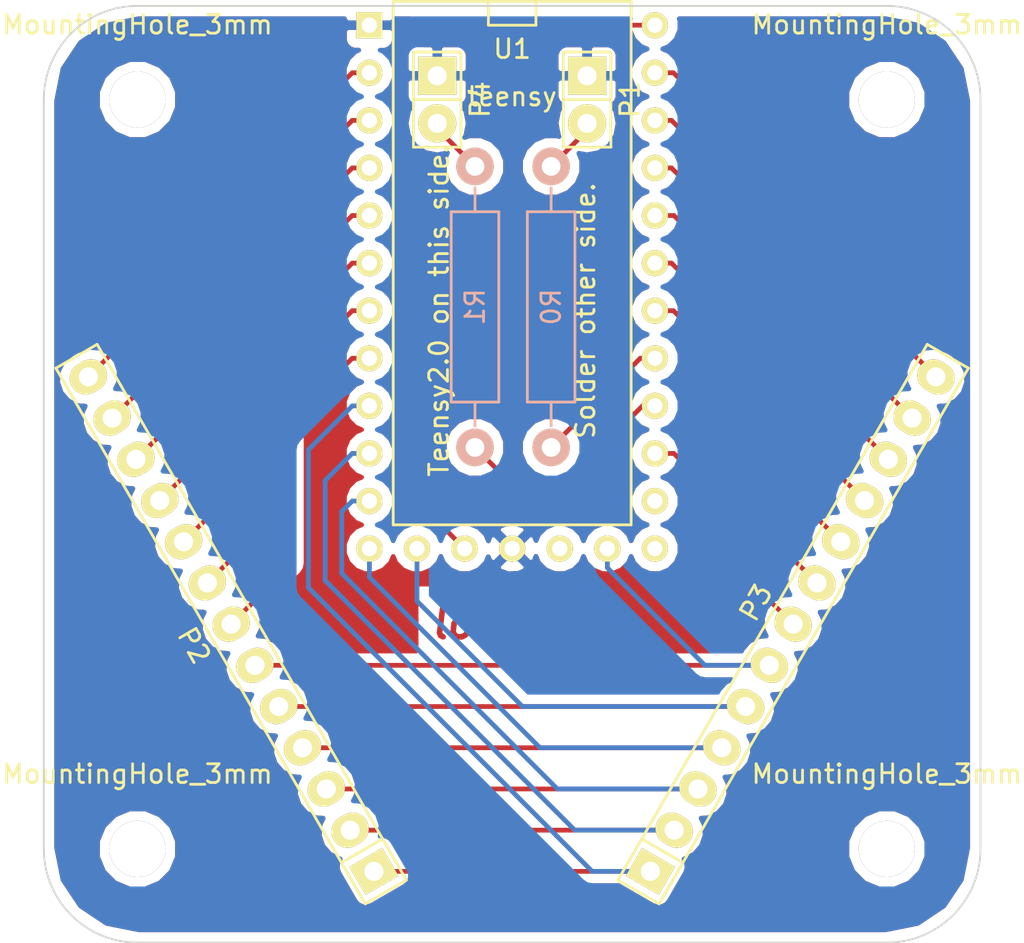
<source format=kicad_pcb>
(kicad_pcb (version 4) (host pcbnew 0.201412201901+5330~19~ubuntu14.04.1-product)

  (general
    (links 34)
    (no_connects 0)
    (area 102.456714 19.430999 157.543286 71.03026)
    (thickness 1.6)
    (drawings 9)
    (tracks 105)
    (zones 0)
    (modules 11)
    (nets 30)
  )

  (page A4)
  (layers
    (0 F.Cu signal)
    (31 B.Cu signal)
    (36 B.SilkS user)
    (37 F.SilkS user)
    (38 B.Mask user)
    (39 F.Mask user)
    (40 Dwgs.User user)
    (41 Cmts.User user)
    (42 Eco1.User user)
    (43 Eco2.User user)
    (44 Edge.Cuts user)
    (45 Margin user)
  )

  (setup
    (last_trace_width 0.254)
    (trace_clearance 0.254)
    (zone_clearance 0.508)
    (zone_45_only yes)
    (trace_min 0.254)
    (segment_width 0.2)
    (edge_width 0.1)
    (via_size 0.889)
    (via_drill 0.635)
    (via_min_size 0.889)
    (via_min_drill 0.508)
    (uvia_size 0.508)
    (uvia_drill 0.127)
    (uvias_allowed no)
    (uvia_min_size 0.508)
    (uvia_min_drill 0.127)
    (pcb_text_width 0.3)
    (pcb_text_size 1.5 1.5)
    (mod_edge_width 0.15)
    (mod_text_size 1 1)
    (mod_text_width 0.15)
    (pad_size 1.397 1.397)
    (pad_drill 0.8128)
    (pad_to_mask_clearance 0)
    (aux_axis_origin 0 0)
    (visible_elements FFFFFF7F)
    (pcbplotparams
      (layerselection 0x010f0_80000001)
      (usegerberextensions true)
      (excludeedgelayer true)
      (linewidth 0.100000)
      (plotframeref false)
      (viasonmask false)
      (mode 1)
      (useauxorigin false)
      (hpglpennumber 1)
      (hpglpenspeed 20)
      (hpglpendiameter 15)
      (hpglpenoverlay 2)
      (psnegative false)
      (psa4output false)
      (plotreference true)
      (plotvalue false)
      (plotinvisibletext false)
      (padsonsilk false)
      (subtractmaskfromsilk true)
      (outputformat 1)
      (mirror false)
      (drillshape 0)
      (scaleselection 1)
      (outputdirectory gerber))
  )

  (net 0 "")
  (net 1 GND)
  (net 2 col5)
  (net 3 col4)
  (net 4 col3)
  (net 5 col2)
  (net 6 col1)
  (net 7 col0)
  (net 8 rowD)
  (net 9 rowC)
  (net 10 rowB)
  (net 11 rowA)
  (net 12 row9)
  (net 13 row8)
  (net 14 row7)
  (net 15 row0)
  (net 16 row1)
  (net 17 row2)
  (net 18 row3)
  (net 19 row4)
  (net 20 row5)
  (net 21 row6)
  (net 22 "Net-(U1-PadD6)")
  (net 23 "Net-(U1-PadVCC)")
  (net 24 "Net-(U1-PadRST)")
  (net 25 "Net-(U1-PadD7)")
  (net 26 led0)
  (net 27 led1)
  (net 28 "Net-(R0-Pad2)")
  (net 29 "Net-(R1-Pad2)")

  (net_class Default "This is the default net class."
    (clearance 0.254)
    (trace_width 0.254)
    (via_dia 0.889)
    (via_drill 0.635)
    (uvia_dia 0.508)
    (uvia_drill 0.127)
    (add_net GND)
    (add_net "Net-(R0-Pad2)")
    (add_net "Net-(R1-Pad2)")
    (add_net "Net-(U1-PadD6)")
    (add_net "Net-(U1-PadD7)")
    (add_net "Net-(U1-PadRST)")
    (add_net "Net-(U1-PadVCC)")
    (add_net col0)
    (add_net col1)
    (add_net col2)
    (add_net col3)
    (add_net col4)
    (add_net col5)
    (add_net led0)
    (add_net led1)
    (add_net row0)
    (add_net row1)
    (add_net row2)
    (add_net row3)
    (add_net row4)
    (add_net row5)
    (add_net row6)
    (add_net row7)
    (add_net row8)
    (add_net row9)
    (add_net rowA)
    (add_net rowB)
    (add_net rowC)
    (add_net rowD)
  )

  (module Pin_Headers:Pin_Header_Straight_1x02 (layer F.Cu) (tedit 54A143C2) (tstamp 54A14421)
    (at 134 25 270)
    (descr "Through hole pin header")
    (tags "pin header")
    (path /549863B3)
    (fp_text reference P1 (at 0 -2.286 270) (layer F.SilkS)
      (effects (font (size 1 1) (thickness 0.15)))
    )
    (fp_text value CONN_01X02 (at 0 0 270) (layer F.SilkS) hide
      (effects (font (size 1 1) (thickness 0.15)))
    )
    (fp_line (start 0 -1.27) (end 0 1.27) (layer F.SilkS) (width 0.15))
    (fp_line (start -2.54 -1.27) (end -2.54 1.27) (layer F.SilkS) (width 0.15))
    (fp_line (start -2.54 1.27) (end 0 1.27) (layer F.SilkS) (width 0.15))
    (fp_line (start 0 1.27) (end 2.54 1.27) (layer F.SilkS) (width 0.15))
    (fp_line (start 2.54 1.27) (end 2.54 -1.27) (layer F.SilkS) (width 0.15))
    (fp_line (start 2.54 -1.27) (end -2.54 -1.27) (layer F.SilkS) (width 0.15))
    (pad 1 thru_hole rect (at -1.27 0 270) (size 2.032 2.032) (drill 1.016) (layers *.Cu *.Mask F.SilkS)
      (net 1 GND))
    (pad 2 thru_hole oval (at 1.27 0 270) (size 2.032 2.032) (drill 1.016) (layers *.Cu *.Mask F.SilkS)
      (net 26 led0))
    (model Pin_Headers/Pin_Header_Straight_1x02.wrl
      (at (xyz 0 0 0))
      (scale (xyz 1 1 1))
      (rotate (xyz 0 0 0))
    )
  )

  (module Pin_Headers:Pin_Header_Straight_1x13 (layer F.Cu) (tedit 54A143C2) (tstamp 54A14439)
    (at 115 53 120)
    (descr "Through hole pin header")
    (tags "pin header")
    (path /54984707)
    (fp_text reference P2 (at 0 -2.286 120) (layer F.SilkS)
      (effects (font (size 1 1) (thickness 0.15)))
    )
    (fp_text value CONN_01X13 (at 0 0 120) (layer F.SilkS) hide
      (effects (font (size 1 1) (thickness 0.15)))
    )
    (fp_line (start -13.97 1.27) (end 16.51 1.27) (layer F.SilkS) (width 0.15))
    (fp_line (start 16.51 1.27) (end 16.51 -1.27) (layer F.SilkS) (width 0.15))
    (fp_line (start 16.51 -1.27) (end -13.97 -1.27) (layer F.SilkS) (width 0.15))
    (fp_line (start -16.51 -1.27) (end -13.97 -1.27) (layer F.SilkS) (width 0.15))
    (fp_line (start -13.97 -1.27) (end -13.97 1.27) (layer F.SilkS) (width 0.15))
    (fp_line (start -16.51 -1.27) (end -16.51 1.27) (layer F.SilkS) (width 0.15))
    (fp_line (start -16.51 1.27) (end -13.97 1.27) (layer F.SilkS) (width 0.15))
    (pad 1 thru_hole rect (at -15.24 0 120) (size 1.7272 2.032) (drill 1.016) (layers *.Cu *.Mask F.SilkS)
      (net 2 col5))
    (pad 2 thru_hole oval (at -12.7 0 120) (size 1.7272 2.032) (drill 1.016) (layers *.Cu *.Mask F.SilkS)
      (net 3 col4))
    (pad 3 thru_hole oval (at -10.16 0 120) (size 1.7272 2.032) (drill 1.016) (layers *.Cu *.Mask F.SilkS)
      (net 4 col3))
    (pad 4 thru_hole oval (at -7.62 0 120) (size 1.7272 2.032) (drill 1.016) (layers *.Cu *.Mask F.SilkS)
      (net 5 col2))
    (pad 5 thru_hole oval (at -5.08 0 120) (size 1.7272 2.032) (drill 1.016) (layers *.Cu *.Mask F.SilkS)
      (net 6 col1))
    (pad 6 thru_hole oval (at -2.54 0 120) (size 1.7272 2.032) (drill 1.016) (layers *.Cu *.Mask F.SilkS)
      (net 7 col0))
    (pad 7 thru_hole oval (at 0 0 120) (size 1.7272 2.032) (drill 1.016) (layers *.Cu *.Mask F.SilkS)
      (net 8 rowD))
    (pad 8 thru_hole oval (at 2.54 0 120) (size 1.7272 2.032) (drill 1.016) (layers *.Cu *.Mask F.SilkS)
      (net 9 rowC))
    (pad 9 thru_hole oval (at 5.08 0 120) (size 1.7272 2.032) (drill 1.016) (layers *.Cu *.Mask F.SilkS)
      (net 10 rowB))
    (pad 10 thru_hole oval (at 7.62 0 120) (size 1.7272 2.032) (drill 1.016) (layers *.Cu *.Mask F.SilkS)
      (net 11 rowA))
    (pad 11 thru_hole oval (at 10.16 0 120) (size 1.7272 2.032) (drill 1.016) (layers *.Cu *.Mask F.SilkS)
      (net 12 row9))
    (pad 12 thru_hole oval (at 12.7 0 120) (size 1.7272 2.032) (drill 1.016) (layers *.Cu *.Mask F.SilkS)
      (net 13 row8))
    (pad 13 thru_hole oval (at 15.24 0 120) (size 1.7272 2.032) (drill 1.016) (layers *.Cu *.Mask F.SilkS)
      (net 14 row7))
    (model Pin_Headers/Pin_Header_Straight_1x13.wrl
      (at (xyz 0 0 0))
      (scale (xyz 1 1 1))
      (rotate (xyz 0 0 0))
    )
  )

  (module Pin_Headers:Pin_Header_Straight_1x13 (layer F.Cu) (tedit 54A143C2) (tstamp 54A14DDC)
    (at 145 53 60)
    (descr "Through hole pin header")
    (tags "pin header")
    (path /54984863)
    (fp_text reference P3 (at 0 -2.286 60) (layer F.SilkS)
      (effects (font (size 1 1) (thickness 0.15)))
    )
    (fp_text value CONN_01X13 (at 0 0 60) (layer F.SilkS) hide
      (effects (font (size 1 1) (thickness 0.15)))
    )
    (fp_line (start -13.97 1.27) (end 16.51 1.27) (layer F.SilkS) (width 0.15))
    (fp_line (start 16.51 1.27) (end 16.51 -1.27) (layer F.SilkS) (width 0.15))
    (fp_line (start 16.51 -1.27) (end -13.97 -1.27) (layer F.SilkS) (width 0.15))
    (fp_line (start -16.51 -1.27) (end -13.97 -1.27) (layer F.SilkS) (width 0.15))
    (fp_line (start -13.97 -1.27) (end -13.97 1.27) (layer F.SilkS) (width 0.15))
    (fp_line (start -16.51 -1.27) (end -16.51 1.27) (layer F.SilkS) (width 0.15))
    (fp_line (start -16.51 1.27) (end -13.97 1.27) (layer F.SilkS) (width 0.15))
    (pad 1 thru_hole rect (at -15.24 0 60) (size 1.7272 2.032) (drill 1.016) (layers *.Cu *.Mask F.SilkS)
      (net 2 col5))
    (pad 2 thru_hole oval (at -12.7 0 60) (size 1.7272 2.032) (drill 1.016) (layers *.Cu *.Mask F.SilkS)
      (net 3 col4))
    (pad 3 thru_hole oval (at -10.16 0 60) (size 1.7272 2.032) (drill 1.016) (layers *.Cu *.Mask F.SilkS)
      (net 4 col3))
    (pad 4 thru_hole oval (at -7.62 0 60) (size 1.7272 2.032) (drill 1.016) (layers *.Cu *.Mask F.SilkS)
      (net 5 col2))
    (pad 5 thru_hole oval (at -5.08 0 60) (size 1.7272 2.032) (drill 1.016) (layers *.Cu *.Mask F.SilkS)
      (net 6 col1))
    (pad 6 thru_hole oval (at -2.54 0 60) (size 1.7272 2.032) (drill 1.016) (layers *.Cu *.Mask F.SilkS)
      (net 7 col0))
    (pad 7 thru_hole oval (at 0 0 60) (size 1.7272 2.032) (drill 1.016) (layers *.Cu *.Mask F.SilkS)
      (net 15 row0))
    (pad 8 thru_hole oval (at 2.54 0 60) (size 1.7272 2.032) (drill 1.016) (layers *.Cu *.Mask F.SilkS)
      (net 16 row1))
    (pad 9 thru_hole oval (at 5.08 0 60) (size 1.7272 2.032) (drill 1.016) (layers *.Cu *.Mask F.SilkS)
      (net 17 row2))
    (pad 10 thru_hole oval (at 7.62 0 60) (size 1.7272 2.032) (drill 1.016) (layers *.Cu *.Mask F.SilkS)
      (net 18 row3))
    (pad 11 thru_hole oval (at 10.16 0 60) (size 1.7272 2.032) (drill 1.016) (layers *.Cu *.Mask F.SilkS)
      (net 19 row4))
    (pad 12 thru_hole oval (at 12.7 0 60) (size 1.7272 2.032) (drill 1.016) (layers *.Cu *.Mask F.SilkS)
      (net 20 row5))
    (pad 13 thru_hole oval (at 15.24 0 60) (size 1.7272 2.032) (drill 1.016) (layers *.Cu *.Mask F.SilkS)
      (net 21 row6))
    (model Pin_Headers/Pin_Header_Straight_1x13.wrl
      (at (xyz 0 0 0))
      (scale (xyz 1 1 1))
      (rotate (xyz 0 0 0))
    )
  )

  (module Pin_Headers:Pin_Header_Straight_1x02 (layer F.Cu) (tedit 54A143C2) (tstamp 54A1445D)
    (at 126 25 270)
    (descr "Through hole pin header")
    (tags "pin header")
    (path /549862E6)
    (fp_text reference P4 (at 0 -2.286 270) (layer F.SilkS)
      (effects (font (size 1 1) (thickness 0.15)))
    )
    (fp_text value CONN_01X02 (at 0 0 270) (layer F.SilkS) hide
      (effects (font (size 1 1) (thickness 0.15)))
    )
    (fp_line (start 0 -1.27) (end 0 1.27) (layer F.SilkS) (width 0.15))
    (fp_line (start -2.54 -1.27) (end -2.54 1.27) (layer F.SilkS) (width 0.15))
    (fp_line (start -2.54 1.27) (end 0 1.27) (layer F.SilkS) (width 0.15))
    (fp_line (start 0 1.27) (end 2.54 1.27) (layer F.SilkS) (width 0.15))
    (fp_line (start 2.54 1.27) (end 2.54 -1.27) (layer F.SilkS) (width 0.15))
    (fp_line (start 2.54 -1.27) (end -2.54 -1.27) (layer F.SilkS) (width 0.15))
    (pad 1 thru_hole rect (at -1.27 0 270) (size 2.032 2.032) (drill 1.016) (layers *.Cu *.Mask F.SilkS)
      (net 1 GND))
    (pad 2 thru_hole oval (at 1.27 0 270) (size 2.032 2.032) (drill 1.016) (layers *.Cu *.Mask F.SilkS)
      (net 27 led1))
    (model Pin_Headers/Pin_Header_Straight_1x02.wrl
      (at (xyz 0 0 0))
      (scale (xyz 1 1 1))
      (rotate (xyz 0 0 0))
    )
  )

  (module Resistors_ThroughHole:Resistor_Horizontal_RM15mm (layer B.Cu) (tedit 53F56292) (tstamp 54A16B11)
    (at 132.08 36.068 270)
    (descr "Resistor, Axial, RM 15mm,")
    (tags "Resistor, Axial, RM 15mm,")
    (path /54986164)
    (fp_text reference R0 (at 0 0 270) (layer B.SilkS)
      (effects (font (size 1 1) (thickness 0.15)) (justify mirror))
    )
    (fp_text value 220R (at 0 -4.0005 270) (layer B.SilkS) hide
      (effects (font (size 1 1) (thickness 0.15)) (justify mirror))
    )
    (fp_line (start -5.08 1.27) (end -5.08 -1.27) (layer B.SilkS) (width 0.15))
    (fp_line (start -5.08 -1.27) (end 5.08 -1.27) (layer B.SilkS) (width 0.15))
    (fp_line (start 5.08 -1.27) (end 5.08 1.27) (layer B.SilkS) (width 0.15))
    (fp_line (start 5.08 1.27) (end -5.08 1.27) (layer B.SilkS) (width 0.15))
    (fp_line (start 6.35 0) (end 5.08 0) (layer B.SilkS) (width 0.15))
    (fp_line (start -6.35 0) (end -5.08 0) (layer B.SilkS) (width 0.15))
    (pad 1 thru_hole circle (at -7.5 0 270) (size 1.99898 1.99898) (drill 1.00076) (layers *.Cu *.SilkS *.Mask)
      (net 26 led0))
    (pad 2 thru_hole circle (at 7.5 0 270) (size 1.99898 1.99898) (drill 1.00076) (layers *.Cu *.SilkS *.Mask)
      (net 28 "Net-(R0-Pad2)"))
    (model Resistors_ThroughHole/Resistor_Horizontal_RM15mm.wrl
      (at (xyz 0 0 0))
      (scale (xyz 0.4 0.4 0.4))
      (rotate (xyz 0 0 0))
    )
  )

  (module Resistors_ThroughHole:Resistor_Horizontal_RM15mm (layer B.Cu) (tedit 53F56292) (tstamp 54A16B1E)
    (at 128.016 36.068 270)
    (descr "Resistor, Axial, RM 15mm,")
    (tags "Resistor, Axial, RM 15mm,")
    (path /549861D9)
    (fp_text reference R1 (at 0 0 270) (layer B.SilkS)
      (effects (font (size 1 1) (thickness 0.15)) (justify mirror))
    )
    (fp_text value 220R (at 0 -4.0005 270) (layer B.SilkS) hide
      (effects (font (size 1 1) (thickness 0.15)) (justify mirror))
    )
    (fp_line (start -5.08 1.27) (end -5.08 -1.27) (layer B.SilkS) (width 0.15))
    (fp_line (start -5.08 -1.27) (end 5.08 -1.27) (layer B.SilkS) (width 0.15))
    (fp_line (start 5.08 -1.27) (end 5.08 1.27) (layer B.SilkS) (width 0.15))
    (fp_line (start 5.08 1.27) (end -5.08 1.27) (layer B.SilkS) (width 0.15))
    (fp_line (start 6.35 0) (end 5.08 0) (layer B.SilkS) (width 0.15))
    (fp_line (start -6.35 0) (end -5.08 0) (layer B.SilkS) (width 0.15))
    (pad 1 thru_hole circle (at -7.5 0 270) (size 1.99898 1.99898) (drill 1.00076) (layers *.Cu *.SilkS *.Mask)
      (net 27 led1))
    (pad 2 thru_hole circle (at 7.5 0 270) (size 1.99898 1.99898) (drill 1.00076) (layers *.Cu *.SilkS *.Mask)
      (net 29 "Net-(R1-Pad2)"))
    (model Resistors_ThroughHole/Resistor_Horizontal_RM15mm.wrl
      (at (xyz 0 0 0))
      (scale (xyz 0.4 0.4 0.4))
      (rotate (xyz 0 0 0))
    )
  )

  (module teensy:teensy_2.0 (layer F.Cu) (tedit 549888D7) (tstamp 54A1449F)
    (at 130 35)
    (descr "Teensy USB dev board from PJRC.")
    (tags DIL)
    (path /54985B7B)
    (fp_text reference U1 (at 0 -12.7) (layer F.SilkS)
      (effects (font (size 1 1) (thickness 0.15)))
    )
    (fp_text value teensy (at 0 -10.16) (layer F.SilkS)
      (effects (font (size 1 1) (thickness 0.15)))
    )
    (fp_line (start -1.27 -15.24) (end -1.27 -13.97) (layer F.SilkS) (width 0.15))
    (fp_line (start -1.27 -13.97) (end 1.27 -13.97) (layer F.SilkS) (width 0.15))
    (fp_line (start 1.27 -13.97) (end 1.27 -15.24) (layer F.SilkS) (width 0.15))
    (fp_line (start -6.35 -15.24) (end -6.35 12.7) (layer F.SilkS) (width 0.15))
    (fp_line (start -6.35 12.7) (end 6.35 12.7) (layer F.SilkS) (width 0.15))
    (fp_line (start 6.35 12.7) (end 6.35 -15.24) (layer F.SilkS) (width 0.15))
    (fp_line (start 6.35 -15.24) (end -6.35 -15.24) (layer F.SilkS) (width 0.15))
    (fp_text user "Solder other side." (at 3.91 1.27 90) (layer F.SilkS)
      (effects (font (size 1 1) (thickness 0.15)))
    )
    (fp_text user "Teensy2.0 on this side." (at -3.91 1.27 90) (layer F.SilkS)
      (effects (font (size 1 1) (thickness 0.15)))
    )
    (pad GND thru_hole rect (at -7.62 -13.97) (size 1.397 1.397) (drill 0.8128) (layers *.Cu *.Mask F.SilkS)
      (net 1 GND))
    (pad B0 thru_hole circle (at -7.62 -11.43) (size 1.397 1.397) (drill 0.8128) (layers *.Cu *.Mask F.SilkS)
      (net 14 row7))
    (pad B1 thru_hole circle (at -7.62 -8.89) (size 1.397 1.397) (drill 0.8128) (layers *.Cu *.Mask F.SilkS)
      (net 13 row8))
    (pad B2 thru_hole circle (at -7.62 -6.35) (size 1.397 1.397) (drill 0.8128) (layers *.Cu *.Mask F.SilkS)
      (net 12 row9))
    (pad B3 thru_hole circle (at -7.62 -3.81) (size 1.397 1.397) (drill 0.8128) (layers *.Cu *.Mask F.SilkS)
      (net 11 rowA))
    (pad B7 thru_hole circle (at -7.62 -1.27) (size 1.397 1.397) (drill 0.8128) (layers *.Cu *.Mask F.SilkS)
      (net 10 rowB))
    (pad D0 thru_hole circle (at -7.62 1.27) (size 1.397 1.397) (drill 0.8128) (layers *.Cu *.Mask F.SilkS)
      (net 9 rowC))
    (pad D1 thru_hole circle (at -7.62 3.81) (size 1.397 1.397) (drill 0.8128) (layers *.Cu *.Mask F.SilkS)
      (net 8 rowD))
    (pad D2 thru_hole circle (at -7.62 6.35) (size 1.397 1.397) (drill 0.8128) (layers *.Cu *.Mask F.SilkS)
      (net 2 col5))
    (pad D3 thru_hole circle (at -7.62 8.89) (size 1.397 1.397) (drill 0.8128) (layers *.Cu *.Mask F.SilkS)
      (net 3 col4))
    (pad C6 thru_hole circle (at -7.62 11.43) (size 1.397 1.397) (drill 0.8128) (layers *.Cu *.Mask F.SilkS)
      (net 4 col3))
    (pad C7 thru_hole circle (at -7.62 13.97) (size 1.397 1.397) (drill 0.8128) (layers *.Cu *.Mask F.SilkS)
      (net 5 col2))
    (pad D6 thru_hole circle (at 7.62 13.97) (size 1.397 1.397) (drill 0.8128) (layers *.Cu *.Mask F.SilkS)
      (net 22 "Net-(U1-PadD6)"))
    (pad D7 thru_hole circle (at 7.62 11.43) (size 1.397 1.397) (drill 0.8128) (layers *.Cu *.Mask F.SilkS)
      (net 25 "Net-(U1-PadD7)"))
    (pad B4 thru_hole circle (at 7.62 8.89) (size 1.397 1.397) (drill 0.8128) (layers *.Cu *.Mask F.SilkS)
      (net 15 row0))
    (pad B5 thru_hole circle (at 7.62 6.35) (size 1.397 1.397) (drill 0.8128) (layers *.Cu *.Mask F.SilkS)
      (net 29 "Net-(R1-Pad2)"))
    (pad B6 thru_hole circle (at 7.62 3.81) (size 1.397 1.397) (drill 0.8128) (layers *.Cu *.Mask F.SilkS)
      (net 28 "Net-(R0-Pad2)"))
    (pad F7 thru_hole circle (at 7.62 1.27) (size 1.397 1.397) (drill 0.8128) (layers *.Cu *.Mask F.SilkS)
      (net 16 row1))
    (pad F6 thru_hole circle (at 7.62 -1.27) (size 1.397 1.397) (drill 0.8128) (layers *.Cu *.Mask F.SilkS)
      (net 17 row2))
    (pad F5 thru_hole circle (at 7.62 -3.81) (size 1.397 1.397) (drill 0.8128) (layers *.Cu *.Mask F.SilkS)
      (net 18 row3))
    (pad F4 thru_hole circle (at 7.62 -6.35) (size 1.397 1.397) (drill 0.8128) (layers *.Cu *.Mask F.SilkS)
      (net 19 row4))
    (pad F1 thru_hole circle (at 7.62 -8.89) (size 1.397 1.397) (drill 0.8128) (layers *.Cu *.Mask F.SilkS)
      (net 20 row5))
    (pad F0 thru_hole circle (at 7.62 -11.43) (size 1.397 1.397) (drill 0.8128) (layers *.Cu *.Mask F.SilkS)
      (net 21 row6))
    (pad VCC thru_hole circle (at 7.62 -13.97) (size 1.397 1.397) (drill 0.8128) (layers *.Cu *.Mask F.SilkS)
      (net 23 "Net-(U1-PadVCC)"))
    (pad D4 thru_hole circle (at 5.08 13.97) (size 1.397 1.397) (drill 0.8128) (layers *.Cu *.Mask F.SilkS)
      (net 7 col0))
    (pad RST thru_hole circle (at 2.54 13.97) (size 1.397 1.397) (drill 0.8128) (layers *.Cu *.Mask F.SilkS)
      (net 24 "Net-(U1-PadRST)"))
    (pad GND thru_hole circle (at 0 13.97) (size 1.397 1.397) (drill 0.8128) (layers *.Cu *.Mask F.SilkS)
      (net 1 GND))
    (pad VCC thru_hole circle (at -2.54 13.97) (size 1.397 1.397) (drill 0.8128) (layers *.Cu *.Mask F.SilkS)
      (net 23 "Net-(U1-PadVCC)"))
    (pad D5 thru_hole circle (at -5.08 13.97) (size 1.397 1.397) (drill 0.8128) (layers *.Cu *.Mask F.SilkS)
      (net 6 col1))
  )

  (module Mounting_Holes:MountingHole_3mm (layer F.Cu) (tedit 54A148EE) (tstamp 54A148EE)
    (at 110 65)
    (descr "Mounting hole, Befestigungsbohrung, 3mm, No Annular, Kein Restring,")
    (tags "Mounting hole, Befestigungsbohrung, 3mm, No Annular, Kein Restring,")
    (fp_text reference MountingHole_3mm (at 0 -4.0005) (layer F.SilkS)
      (effects (font (size 1 1) (thickness 0.15)))
    )
    (fp_text value VAL** (at 1.00076 5.00126) (layer F.SilkS) hide
      (effects (font (size 1 1) (thickness 0.15)))
    )
    (fp_circle (center 0 0) (end 2.99974 0) (layer Cmts.User) (width 0.381))
    (pad 1 thru_hole circle (at 0 0) (size 2.99974 2.99974) (drill 2.99974) (layers))
  )

  (module Mounting_Holes:MountingHole_3mm (layer F.Cu) (tedit 54A1491A) (tstamp 54A1491A)
    (at 150 65)
    (descr "Mounting hole, Befestigungsbohrung, 3mm, No Annular, Kein Restring,")
    (tags "Mounting hole, Befestigungsbohrung, 3mm, No Annular, Kein Restring,")
    (fp_text reference MountingHole_3mm (at 0 -4.0005) (layer F.SilkS)
      (effects (font (size 1 1) (thickness 0.15)))
    )
    (fp_text value VAL** (at 1.00076 5.00126) (layer F.SilkS) hide
      (effects (font (size 1 1) (thickness 0.15)))
    )
    (fp_circle (center 0 0) (end 2.99974 0) (layer Cmts.User) (width 0.381))
    (pad 1 thru_hole circle (at 0 0) (size 2.99974 2.99974) (drill 2.99974) (layers))
  )

  (module Mounting_Holes:MountingHole_3mm (layer F.Cu) (tedit 54A1491D) (tstamp 54A14920)
    (at 150 25)
    (descr "Mounting hole, Befestigungsbohrung, 3mm, No Annular, Kein Restring,")
    (tags "Mounting hole, Befestigungsbohrung, 3mm, No Annular, Kein Restring,")
    (fp_text reference MountingHole_3mm (at 0 -4.0005) (layer F.SilkS)
      (effects (font (size 1 1) (thickness 0.15)))
    )
    (fp_text value VAL** (at 1.00076 5.00126) (layer F.SilkS) hide
      (effects (font (size 1 1) (thickness 0.15)))
    )
    (fp_circle (center 0 0) (end 2.99974 0) (layer Cmts.User) (width 0.381))
    (pad 1 thru_hole circle (at 0 0) (size 2.99974 2.99974) (drill 2.99974) (layers))
  )

  (module Mounting_Holes:MountingHole_3mm (layer F.Cu) (tedit 54A14939) (tstamp 54A14939)
    (at 110 25)
    (descr "Mounting hole, Befestigungsbohrung, 3mm, No Annular, Kein Restring,")
    (tags "Mounting hole, Befestigungsbohrung, 3mm, No Annular, Kein Restring,")
    (fp_text reference MountingHole_3mm (at 0 -4.0005) (layer F.SilkS)
      (effects (font (size 1 1) (thickness 0.15)))
    )
    (fp_text value VAL** (at 1.00076 5.00126) (layer F.SilkS) hide
      (effects (font (size 1 1) (thickness 0.15)))
    )
    (fp_circle (center 0 0) (end 2.99974 0) (layer Cmts.User) (width 0.381))
    (pad 1 thru_hole circle (at 0 0) (size 2.99974 2.99974) (drill 2.99974) (layers))
  )

  (gr_text lollybrd (at 130 53) (layer F.Cu)
    (effects (font (size 1.5 1.5) (thickness 0.3) italic))
  )
  (gr_arc (start 110 65) (end 110 70) (angle 90) (layer Edge.Cuts) (width 0.1))
  (gr_arc (start 110 25) (end 105 25) (angle 90) (layer Edge.Cuts) (width 0.1))
  (gr_arc (start 150 65) (end 155 65) (angle 90) (layer Edge.Cuts) (width 0.1))
  (gr_arc (start 150 25) (end 150 20) (angle 90) (layer Edge.Cuts) (width 0.1))
  (gr_line (start 105 25) (end 105 65) (angle 90) (layer Edge.Cuts) (width 0.1))
  (gr_line (start 150 20) (end 110 20) (angle 90) (layer Edge.Cuts) (width 0.1))
  (gr_line (start 155 65) (end 155 25) (angle 90) (layer Edge.Cuts) (width 0.1))
  (gr_line (start 110 70) (end 150 70) (angle 90) (layer Edge.Cuts) (width 0.1))

  (segment (start 122.62 66.198227) (end 137.38 66.198227) (width 0.254) (layer F.Cu) (net 2))
  (segment (start 121.464 41.35) (end 119.126 43.688) (width 0.254) (layer B.Cu) (net 2) (tstamp 54A15FD0))
  (segment (start 119.126 43.688) (end 119.126 51.054) (width 0.254) (layer B.Cu) (net 2) (tstamp 54A15FD5))
  (segment (start 119.126 51.054) (end 134.270227 66.198227) (width 0.254) (layer B.Cu) (net 2) (tstamp 54A15FDE))
  (segment (start 134.270227 66.198227) (end 137.38 66.198227) (width 0.254) (layer B.Cu) (net 2) (tstamp 54A15FE3))
  (segment (start 122.38 41.35) (end 121.464 41.35) (width 0.254) (layer B.Cu) (net 2))
  (segment (start 121.35 63.998523) (end 138.65 63.998523) (width 0.254) (layer F.Cu) (net 3))
  (segment (start 120.015 45.339) (end 120.015 50.673) (width 0.254) (layer B.Cu) (net 3) (tstamp 54A15F5D))
  (segment (start 120.015 50.673) (end 133.340523 63.998523) (width 0.254) (layer B.Cu) (net 3) (tstamp 54A15F69))
  (segment (start 133.340523 63.998523) (end 138.65 63.998523) (width 0.254) (layer B.Cu) (net 3) (tstamp 54A15F6E))
  (segment (start 121.464 43.89) (end 120.015 45.339) (width 0.254) (layer B.Cu) (net 3) (tstamp 54A15F5C))
  (segment (start 122.38 43.89) (end 121.464 43.89) (width 0.254) (layer B.Cu) (net 3))
  (segment (start 120.08 61.798818) (end 139.92 61.798818) (width 0.254) (layer F.Cu) (net 4))
  (segment (start 121.464 46.43) (end 120.904 46.99) (width 0.254) (layer B.Cu) (net 4) (tstamp 54A15DE5))
  (segment (start 120.904 46.99) (end 120.904 50.292) (width 0.254) (layer B.Cu) (net 4) (tstamp 54A15DF6))
  (segment (start 120.904 50.292) (end 132.410818 61.798818) (width 0.254) (layer B.Cu) (net 4) (tstamp 54A15E04))
  (segment (start 132.410818 61.798818) (end 139.92 61.798818) (width 0.254) (layer B.Cu) (net 4) (tstamp 54A15E0C))
  (segment (start 122.38 46.43) (end 121.464 46.43) (width 0.254) (layer B.Cu) (net 4))
  (segment (start 118.81 59.599114) (end 141.19 59.599114) (width 0.254) (layer F.Cu) (net 5))
  (segment (start 122.38 50.498) (end 131.481114 59.599114) (width 0.254) (layer B.Cu) (net 5) (tstamp 54A15EDA))
  (segment (start 131.481114 59.599114) (end 141.19 59.599114) (width 0.254) (layer B.Cu) (net 5) (tstamp 54A15EE9))
  (segment (start 122.38 48.97) (end 122.38 50.498) (width 0.254) (layer B.Cu) (net 5))
  (segment (start 117.54 57.399409) (end 142.46 57.399409) (width 0.254) (layer F.Cu) (net 6))
  (segment (start 124.92 51.768) (end 130.551409 57.399409) (width 0.254) (layer B.Cu) (net 6) (tstamp 54A15F9F))
  (segment (start 130.551409 57.399409) (end 142.46 57.399409) (width 0.254) (layer B.Cu) (net 6) (tstamp 54A15FA9))
  (segment (start 124.92 48.97) (end 124.92 51.768) (width 0.254) (layer B.Cu) (net 6))
  (segment (start 135.128 55.199705) (end 143.73 55.199705) (width 0.254) (layer F.Cu) (net 7) (tstamp 54A15430))
  (segment (start 116.27 55.199705) (end 135.128 55.199705) (width 0.254) (layer F.Cu) (net 7))
  (segment (start 135.08 49.99) (end 140.289705 55.199705) (width 0.254) (layer B.Cu) (net 7) (tstamp 54A16275))
  (segment (start 140.289705 55.199705) (end 143.73 55.199705) (width 0.254) (layer B.Cu) (net 7) (tstamp 54A16283))
  (segment (start 135.08 48.97) (end 135.08 49.99) (width 0.254) (layer B.Cu) (net 7))
  (segment (start 121.464 38.81) (end 118.237 42.037) (width 0.254) (layer F.Cu) (net 8) (tstamp 54A16012))
  (segment (start 118.237 42.037) (end 118.237 49.763) (width 0.254) (layer F.Cu) (net 8) (tstamp 54A16014))
  (segment (start 118.237 49.763) (end 115 53) (width 0.254) (layer F.Cu) (net 8) (tstamp 54A1601A))
  (segment (start 122.38 38.81) (end 121.464 38.81) (width 0.254) (layer F.Cu) (net 8))
  (segment (start 121.464 36.27) (end 117.348 40.386) (width 0.254) (layer F.Cu) (net 9) (tstamp 54A1603B))
  (segment (start 117.348 40.386) (end 117.348 47.182295) (width 0.254) (layer F.Cu) (net 9) (tstamp 54A1603D))
  (segment (start 117.348 47.182295) (end 113.73 50.800295) (width 0.254) (layer F.Cu) (net 9) (tstamp 54A16045))
  (segment (start 122.38 36.27) (end 121.464 36.27) (width 0.254) (layer F.Cu) (net 9))
  (segment (start 121.464 33.73) (end 116.459 38.735) (width 0.254) (layer F.Cu) (net 10) (tstamp 54A16054))
  (segment (start 116.459 38.735) (end 116.459 44.601591) (width 0.254) (layer F.Cu) (net 10) (tstamp 54A16056))
  (segment (start 116.459 44.601591) (end 112.46 48.600591) (width 0.254) (layer F.Cu) (net 10) (tstamp 54A1605A))
  (segment (start 122.38 33.73) (end 121.464 33.73) (width 0.254) (layer F.Cu) (net 10))
  (segment (start 121.464 31.19) (end 115.57 37.084) (width 0.254) (layer F.Cu) (net 11) (tstamp 54A16064))
  (segment (start 115.57 37.084) (end 115.57 42.020886) (width 0.254) (layer F.Cu) (net 11) (tstamp 54A1606A))
  (segment (start 115.57 42.020886) (end 111.19 46.400886) (width 0.254) (layer F.Cu) (net 11) (tstamp 54A16072))
  (segment (start 122.38 31.19) (end 121.464 31.19) (width 0.254) (layer F.Cu) (net 11))
  (segment (start 121.464 28.65) (end 114.681 35.433) (width 0.254) (layer F.Cu) (net 12) (tstamp 54A1607A))
  (segment (start 114.681 35.433) (end 114.681 39.440182) (width 0.254) (layer F.Cu) (net 12) (tstamp 54A1607D))
  (segment (start 114.681 39.440182) (end 109.92 44.201182) (width 0.254) (layer F.Cu) (net 12) (tstamp 54A16087))
  (segment (start 122.38 28.65) (end 121.464 28.65) (width 0.254) (layer F.Cu) (net 12))
  (segment (start 121.464 26.11) (end 113.792 33.782) (width 0.254) (layer F.Cu) (net 13) (tstamp 54A1608E))
  (segment (start 113.792 33.782) (end 113.792 36.859477) (width 0.254) (layer F.Cu) (net 13) (tstamp 54A16093))
  (segment (start 113.792 36.859477) (end 108.65 42.001477) (width 0.254) (layer F.Cu) (net 13) (tstamp 54A1609B))
  (segment (start 122.38 26.11) (end 121.464 26.11) (width 0.254) (layer F.Cu) (net 13))
  (segment (start 121.464 23.57) (end 112.903 32.131) (width 0.254) (layer F.Cu) (net 14) (tstamp 54A160A4))
  (segment (start 112.903 32.131) (end 112.903 34.278773) (width 0.254) (layer F.Cu) (net 14) (tstamp 54A160A8))
  (segment (start 112.903 34.278773) (end 107.38 39.801773) (width 0.254) (layer F.Cu) (net 14) (tstamp 54A160B0))
  (segment (start 122.38 23.57) (end 121.464 23.57) (width 0.254) (layer F.Cu) (net 14))
  (segment (start 138.632 43.89) (end 140.208 45.466) (width 0.254) (layer F.Cu) (net 15) (tstamp 54A160E2))
  (segment (start 140.208 45.466) (end 140.208 48.208) (width 0.254) (layer F.Cu) (net 15) (tstamp 54A160E6))
  (segment (start 140.208 48.208) (end 145 53) (width 0.254) (layer F.Cu) (net 15) (tstamp 54A160F1))
  (segment (start 137.62 43.89) (end 138.632 43.89) (width 0.254) (layer F.Cu) (net 15))
  (segment (start 138.609 36.27) (end 141.097 38.758) (width 0.254) (layer F.Cu) (net 16) (tstamp 54A160FC))
  (segment (start 141.097 38.758) (end 141.097 45.627295) (width 0.254) (layer F.Cu) (net 16) (tstamp 54A160FF))
  (segment (start 141.097 45.627295) (end 146.27 50.800295) (width 0.254) (layer F.Cu) (net 16) (tstamp 54A16116))
  (segment (start 137.62 36.27) (end 138.609 36.27) (width 0.254) (layer F.Cu) (net 16))
  (segment (start 138.505 33.73) (end 141.986 37.211) (width 0.254) (layer F.Cu) (net 17) (tstamp 54A16127))
  (segment (start 141.986 37.211) (end 141.986 43.046591) (width 0.254) (layer F.Cu) (net 17) (tstamp 54A1612B))
  (segment (start 141.986 43.046591) (end 147.54 48.600591) (width 0.254) (layer F.Cu) (net 17) (tstamp 54A16133))
  (segment (start 137.62 33.73) (end 138.505 33.73) (width 0.254) (layer F.Cu) (net 17))
  (segment (start 138.632 31.19) (end 142.875 35.433) (width 0.254) (layer F.Cu) (net 18) (tstamp 54A1613F))
  (segment (start 142.875 35.433) (end 142.875 40.465886) (width 0.254) (layer F.Cu) (net 18) (tstamp 54A16141))
  (segment (start 142.875 40.465886) (end 148.81 46.400886) (width 0.254) (layer F.Cu) (net 18) (tstamp 54A16149))
  (segment (start 137.62 31.19) (end 138.632 31.19) (width 0.254) (layer F.Cu) (net 18))
  (segment (start 138.505 28.65) (end 143.764 33.909) (width 0.254) (layer F.Cu) (net 19) (tstamp 54A16151))
  (segment (start 143.764 33.909) (end 143.764 37.885182) (width 0.254) (layer F.Cu) (net 19) (tstamp 54A16154))
  (segment (start 143.764 37.885182) (end 150.08 44.201182) (width 0.254) (layer F.Cu) (net 19) (tstamp 54A1615C))
  (segment (start 137.62 28.65) (end 138.505 28.65) (width 0.254) (layer F.Cu) (net 19))
  (segment (start 138.505 26.11) (end 144.653 32.258) (width 0.254) (layer F.Cu) (net 20) (tstamp 54A16164))
  (segment (start 144.653 32.258) (end 144.653 35.304477) (width 0.254) (layer F.Cu) (net 20) (tstamp 54A16167))
  (segment (start 144.653 35.304477) (end 151.35 42.001477) (width 0.254) (layer F.Cu) (net 20) (tstamp 54A16171))
  (segment (start 137.62 26.11) (end 138.505 26.11) (width 0.254) (layer F.Cu) (net 20))
  (segment (start 138.609 23.57) (end 145.542 30.503) (width 0.254) (layer F.Cu) (net 21) (tstamp 54A16179))
  (segment (start 145.542 30.503) (end 145.542 32.723773) (width 0.254) (layer F.Cu) (net 21) (tstamp 54A1617D))
  (segment (start 145.542 32.723773) (end 152.62 39.801773) (width 0.254) (layer F.Cu) (net 21) (tstamp 54A16185))
  (segment (start 137.62 23.57) (end 138.609 23.57) (width 0.254) (layer F.Cu) (net 21))
  (segment (start 125.274 21.03) (end 124.206 22.098) (width 0.254) (layer F.Cu) (net 23) (tstamp 54A161A3))
  (segment (start 124.206 22.098) (end 124.206 45.716) (width 0.254) (layer F.Cu) (net 23) (tstamp 54A161B5))
  (segment (start 124.206 45.716) (end 127.46 48.97) (width 0.254) (layer F.Cu) (net 23) (tstamp 54A161BB))
  (segment (start 137.62 21.03) (end 125.274 21.03) (width 0.254) (layer F.Cu) (net 23))
  (segment (start 134 26.27) (end 134 26.648) (width 0.254) (layer F.Cu) (net 26))
  (segment (start 134 26.648) (end 132.08 28.568) (width 0.254) (layer F.Cu) (net 26) (tstamp 54A16D21))
  (segment (start 134 26.27) (end 134 26.5) (width 0.254) (layer F.Cu) (net 26))
  (segment (start 126 26.27) (end 126 26.552) (width 0.254) (layer F.Cu) (net 27))
  (segment (start 126 26.552) (end 128.016 28.568) (width 0.254) (layer F.Cu) (net 27) (tstamp 54A16CEF))
  (segment (start 126 26.27) (end 126 26.5) (width 0.254) (layer F.Cu) (net 27))
  (segment (start 137.62 38.81) (end 136.838 38.81) (width 0.254) (layer F.Cu) (net 28))
  (segment (start 136.838 38.81) (end 132.08 43.568) (width 0.254) (layer F.Cu) (net 28) (tstamp 54A16D80))
  (segment (start 132.014 43.5) (end 132 43.5) (width 0.254) (layer F.Cu) (net 28) (tstamp 54A161E6))
  (segment (start 132.014 43.5) (end 132 43.5) (width 0.254) (layer F.Cu) (net 28) (tstamp 54A16219))
  (segment (start 137.62 41.35) (end 136.958 41.35) (width 0.254) (layer F.Cu) (net 29))
  (segment (start 136.958 41.35) (end 132.842 45.466) (width 0.254) (layer F.Cu) (net 29) (tstamp 54A16D99))
  (segment (start 132.842 45.466) (end 129.914 45.466) (width 0.254) (layer F.Cu) (net 29) (tstamp 54A16DB8))
  (segment (start 129.914 45.466) (end 128.016 43.568) (width 0.254) (layer F.Cu) (net 29) (tstamp 54A16DBE))

  (zone (net 1) (net_name GND) (layer B.Cu) (tstamp 54A167B6) (hatch edge 0.508)
    (connect_pads (clearance 0.508))
    (min_thickness 0.254)
    (fill yes (arc_segments 16) (thermal_gap 0.508) (thermal_bridge_width 0.508))
    (polygon
      (pts
        (xy 155 70) (xy 105 70) (xy 105 20) (xy 155 20)
      )
    )
    (filled_polygon
      (pts
        (xy 154.315 64.932532) (xy 153.974141 66.646144) (xy 153.041675 68.041677) (xy 152.13524 68.647337) (xy 152.13524 64.577211)
        (xy 151.81091 63.792273) (xy 151.210886 63.1912) (xy 150.426515 62.865501) (xy 149.577211 62.86476) (xy 148.792273 63.18909)
        (xy 148.1912 63.789114) (xy 147.865501 64.573485) (xy 147.86476 65.422789) (xy 148.18909 66.207727) (xy 148.789114 66.8088)
        (xy 149.573485 67.134499) (xy 150.422789 67.13524) (xy 151.207727 66.81091) (xy 151.8088 66.210886) (xy 152.134499 65.426515)
        (xy 152.13524 64.577211) (xy 152.13524 68.647337) (xy 151.646142 68.974142) (xy 149.932532 69.315) (xy 124.573845 69.315)
        (xy 124.573845 66.355634) (xy 124.492382 66.114407) (xy 123.628782 64.618607) (xy 123.467036 64.432411) (xy 123.239573 64.318012)
        (xy 122.985589 64.300164) (xy 122.948287 64.31276) (xy 122.957529 64.294021) (xy 122.995774 63.710548) (xy 122.807822 63.156854)
        (xy 122.422288 62.717234) (xy 121.897864 62.458616) (xy 121.520086 62.433853) (xy 121.687529 62.094316) (xy 121.725774 61.510843)
        (xy 121.537822 60.957149) (xy 121.152288 60.517529) (xy 120.627864 60.258911) (xy 120.250087 60.234148) (xy 120.417529 59.894612)
        (xy 120.455774 59.311139) (xy 120.267822 58.757445) (xy 119.882288 58.317825) (xy 119.357864 58.059207) (xy 118.980086 58.034444)
        (xy 119.147529 57.694907) (xy 119.185774 57.111434) (xy 118.997822 56.55774) (xy 118.612288 56.11812) (xy 118.087864 55.859502)
        (xy 117.710087 55.834739) (xy 117.877529 55.495203) (xy 117.915774 54.91173) (xy 117.727822 54.358036) (xy 117.342288 53.918416)
        (xy 116.817864 53.659798) (xy 116.440086 53.635035) (xy 116.607529 53.295498) (xy 116.645774 52.712025) (xy 116.457822 52.158331)
        (xy 116.072288 51.718711) (xy 115.547864 51.460093) (xy 115.170086 51.43533) (xy 115.337529 51.095793) (xy 115.375774 50.51232)
        (xy 115.187822 49.958626) (xy 114.802288 49.519006) (xy 114.277864 49.260388) (xy 113.900087 49.235625) (xy 114.067529 48.896089)
        (xy 114.105774 48.312616) (xy 113.917822 47.758922) (xy 113.532288 47.319302) (xy 113.007864 47.060684) (xy 112.630086 47.035921)
        (xy 112.797529 46.696384) (xy 112.835774 46.112911) (xy 112.647822 45.559217) (xy 112.262288 45.119597) (xy 112.13524 45.056943)
        (xy 112.13524 24.577211) (xy 111.81091 23.792273) (xy 111.210886 23.1912) (xy 110.426515 22.865501) (xy 109.577211 22.86476)
        (xy 108.792273 23.18909) (xy 108.1912 23.789114) (xy 107.865501 24.573485) (xy 107.86476 25.422789) (xy 108.18909 26.207727)
        (xy 108.789114 26.8088) (xy 109.573485 27.134499) (xy 110.422789 27.13524) (xy 111.207727 26.81091) (xy 111.8088 26.210886)
        (xy 112.134499 25.426515) (xy 112.13524 24.577211) (xy 112.13524 45.056943) (xy 111.737864 44.860979) (xy 111.360087 44.836216)
        (xy 111.527529 44.49668) (xy 111.565774 43.913207) (xy 111.377822 43.359513) (xy 110.992288 42.919893) (xy 110.467864 42.661275)
        (xy 110.090086 42.636512) (xy 110.257529 42.296975) (xy 110.295774 41.713502) (xy 110.107822 41.159808) (xy 109.722288 40.720188)
        (xy 109.197864 40.46157) (xy 108.820087 40.436807) (xy 108.987529 40.097271) (xy 109.025774 39.513798) (xy 108.837822 38.960104)
        (xy 108.452288 38.520484) (xy 107.927864 38.261866) (xy 107.344391 38.223621) (xy 106.790698 38.411573) (xy 106.47071 38.596317)
        (xy 106.031089 38.981852) (xy 105.772471 39.506275) (xy 105.734226 40.089748) (xy 105.922178 40.643441) (xy 106.307713 41.083062)
        (xy 106.832136 41.34168) (xy 107.209912 41.366442) (xy 107.042471 41.705979) (xy 107.004226 42.289452) (xy 107.192178 42.843145)
        (xy 107.577713 43.282766) (xy 108.102136 43.541384) (xy 108.479913 43.566146) (xy 108.312471 43.905684) (xy 108.274226 44.489157)
        (xy 108.462178 45.04285) (xy 108.847713 45.482471) (xy 109.372136 45.741089) (xy 109.749912 45.765851) (xy 109.582471 46.105388)
        (xy 109.544226 46.688861) (xy 109.732178 47.242554) (xy 110.117713 47.682175) (xy 110.642136 47.940793) (xy 111.019913 47.965555)
        (xy 110.852471 48.305093) (xy 110.814226 48.888566) (xy 111.002178 49.442259) (xy 111.387713 49.88188) (xy 111.912136 50.140498)
        (xy 112.289912 50.16526) (xy 112.122471 50.504797) (xy 112.084226 51.08827) (xy 112.272178 51.641963) (xy 112.657713 52.081584)
        (xy 113.182136 52.340202) (xy 113.559913 52.364964) (xy 113.392471 52.704502) (xy 113.354226 53.287975) (xy 113.542178 53.841668)
        (xy 113.927713 54.281289) (xy 114.452136 54.539907) (xy 114.829913 54.564669) (xy 114.662471 54.904207) (xy 114.624226 55.48768)
        (xy 114.812178 56.041373) (xy 115.197713 56.480994) (xy 115.722136 56.739612) (xy 116.099912 56.764374) (xy 115.932471 57.103911)
        (xy 115.894226 57.687384) (xy 116.082178 58.241077) (xy 116.467713 58.680698) (xy 116.992136 58.939316) (xy 117.369913 58.964078)
        (xy 117.202471 59.303616) (xy 117.164226 59.887089) (xy 117.352178 60.440782) (xy 117.737713 60.880403) (xy 118.262136 61.139021)
        (xy 118.639912 61.163783) (xy 118.472471 61.50332) (xy 118.434226 62.086793) (xy 118.622178 62.640486) (xy 119.007713 63.080107)
        (xy 119.532136 63.338725) (xy 119.909913 63.363487) (xy 119.742471 63.703025) (xy 119.704226 64.286498) (xy 119.892178 64.840191)
        (xy 120.277713 65.279812) (xy 120.802136 65.53843) (xy 120.821081 65.539671) (xy 120.798402 65.559373) (xy 120.684003 65.786836)
        (xy 120.666155 66.04082) (xy 120.747618 66.282047) (xy 121.611218 67.777847) (xy 121.772964 67.964043) (xy 122.000427 68.078442)
        (xy 122.254411 68.09629) (xy 122.495638 68.014827) (xy 124.255402 66.998827) (xy 124.441598 66.837081) (xy 124.555997 66.609618)
        (xy 124.573845 66.355634) (xy 124.573845 69.315) (xy 112.13524 69.315) (xy 112.13524 64.577211) (xy 111.81091 63.792273)
        (xy 111.210886 63.1912) (xy 110.426515 62.865501) (xy 109.577211 62.86476) (xy 108.792273 63.18909) (xy 108.1912 63.789114)
        (xy 107.865501 64.573485) (xy 107.86476 65.422789) (xy 108.18909 66.207727) (xy 108.789114 66.8088) (xy 109.573485 67.134499)
        (xy 110.422789 67.13524) (xy 111.207727 66.81091) (xy 111.8088 66.210886) (xy 112.134499 65.426515) (xy 112.13524 64.577211)
        (xy 112.13524 69.315) (xy 110.067467 69.315) (xy 108.353855 68.974141) (xy 106.958322 68.041675) (xy 106.025857 66.646142)
        (xy 105.685 64.932532) (xy 105.685 25.067467) (xy 106.025857 23.353857) (xy 106.958322 21.958324) (xy 108.353855 21.025858)
        (xy 110.067467 20.685) (xy 121.0465 20.685) (xy 121.0465 20.74425) (xy 121.20525 20.903) (xy 122.253 20.903)
        (xy 122.253 20.883) (xy 122.507 20.883) (xy 122.507 20.903) (xy 123.55475 20.903) (xy 123.7135 20.74425)
        (xy 123.7135 20.685) (xy 136.319364 20.685) (xy 136.286732 20.763587) (xy 136.286269 21.294086) (xy 136.488854 21.78438)
        (xy 136.863647 22.159827) (xy 137.201446 22.300093) (xy 136.86562 22.438854) (xy 136.490173 22.813647) (xy 136.286732 23.303587)
        (xy 136.286269 23.834086) (xy 136.488854 24.32438) (xy 136.863647 24.699827) (xy 137.201446 24.840093) (xy 136.86562 24.978854)
        (xy 136.490173 25.353647) (xy 136.286732 25.843587) (xy 136.286269 26.374086) (xy 136.488854 26.86438) (xy 136.863647 27.239827)
        (xy 137.201446 27.380093) (xy 136.86562 27.518854) (xy 136.490173 27.893647) (xy 136.286732 28.383587) (xy 136.286269 28.914086)
        (xy 136.488854 29.40438) (xy 136.863647 29.779827) (xy 137.201446 29.920093) (xy 136.86562 30.058854) (xy 136.490173 30.433647)
        (xy 136.286732 30.923587) (xy 136.286269 31.454086) (xy 136.488854 31.94438) (xy 136.863647 32.319827) (xy 137.201446 32.460093)
        (xy 136.86562 32.598854) (xy 136.490173 32.973647) (xy 136.286732 33.463587) (xy 136.286269 33.994086) (xy 136.488854 34.48438)
        (xy 136.863647 34.859827) (xy 137.201446 35.000093) (xy 136.86562 35.138854) (xy 136.490173 35.513647) (xy 136.286732 36.003587)
        (xy 136.286269 36.534086) (xy 136.488854 37.02438) (xy 136.863647 37.399827) (xy 137.201446 37.540093) (xy 136.86562 37.678854)
        (xy 136.490173 38.053647) (xy 136.286732 38.543587) (xy 136.286269 39.074086) (xy 136.488854 39.56438) (xy 136.863647 39.939827)
        (xy 137.201446 40.080093) (xy 136.86562 40.218854) (xy 136.490173 40.593647) (xy 136.286732 41.083587) (xy 136.286269 41.614086)
        (xy 136.488854 42.10438) (xy 136.863647 42.479827) (xy 137.201446 42.620093) (xy 136.86562 42.758854) (xy 136.490173 43.133647)
        (xy 136.286732 43.623587) (xy 136.286269 44.154086) (xy 136.488854 44.64438) (xy 136.863647 45.019827) (xy 137.201446 45.160093)
        (xy 136.86562 45.298854) (xy 136.490173 45.673647) (xy 136.286732 46.163587) (xy 136.286269 46.694086) (xy 136.488854 47.18438)
        (xy 136.863647 47.559827) (xy 137.201446 47.700093) (xy 136.86562 47.838854) (xy 136.490173 48.213647) (xy 136.349906 48.551446)
        (xy 136.211146 48.21562) (xy 135.836353 47.840173) (xy 135.651 47.763207) (xy 135.651 26.302345) (xy 135.651 26.237655)
        (xy 135.525325 25.605845) (xy 135.324628 25.305481) (xy 135.375699 25.284327) (xy 135.554327 25.105698) (xy 135.651 24.872309)
        (xy 135.651 24.01575) (xy 135.651 23.44425) (xy 135.651 22.587691) (xy 135.554327 22.354302) (xy 135.375699 22.175673)
        (xy 135.14231 22.079) (xy 134.889691 22.079) (xy 134.28575 22.079) (xy 134.127 22.23775) (xy 134.127 23.603)
        (xy 135.49225 23.603) (xy 135.651 23.44425) (xy 135.651 24.01575) (xy 135.49225 23.857) (xy 134.127 23.857)
        (xy 134.127 23.877) (xy 133.873 23.877) (xy 133.873 23.857) (xy 133.873 23.603) (xy 133.873 22.23775)
        (xy 133.71425 22.079) (xy 133.110309 22.079) (xy 132.85769 22.079) (xy 132.624301 22.175673) (xy 132.445673 22.354302)
        (xy 132.349 22.587691) (xy 132.349 23.44425) (xy 132.50775 23.603) (xy 133.873 23.603) (xy 133.873 23.857)
        (xy 132.50775 23.857) (xy 132.349 24.01575) (xy 132.349 24.872309) (xy 132.445673 25.105698) (xy 132.624301 25.284327)
        (xy 132.675371 25.305481) (xy 132.474675 25.605845) (xy 132.349 26.237655) (xy 132.349 26.302345) (xy 132.474675 26.934155)
        (xy 132.500501 26.972807) (xy 132.406547 26.933794) (xy 131.756306 26.933226) (xy 131.155345 27.181538) (xy 130.695154 27.640927)
        (xy 130.445794 28.241453) (xy 130.445226 28.891694) (xy 130.693538 29.492655) (xy 131.152927 29.952846) (xy 131.753453 30.202206)
        (xy 132.403694 30.202774) (xy 133.004655 29.954462) (xy 133.464846 29.495073) (xy 133.714206 28.894547) (xy 133.714774 28.244306)
        (xy 133.558243 27.865474) (xy 134 27.953345) (xy 134.63181 27.82767) (xy 135.167433 27.469778) (xy 135.525325 26.934155)
        (xy 135.651 26.302345) (xy 135.651 47.763207) (xy 135.346413 47.636732) (xy 134.815914 47.636269) (xy 134.32562 47.838854)
        (xy 133.950173 48.213647) (xy 133.809906 48.551446) (xy 133.714774 48.321208) (xy 133.714774 43.244306) (xy 133.466462 42.643345)
        (xy 133.007073 42.183154) (xy 132.406547 41.933794) (xy 131.756306 41.933226) (xy 131.155345 42.181538) (xy 130.695154 42.640927)
        (xy 130.445794 43.241453) (xy 130.445226 43.891694) (xy 130.693538 44.492655) (xy 131.152927 44.952846) (xy 131.753453 45.202206)
        (xy 132.403694 45.202774) (xy 133.004655 44.954462) (xy 133.464846 44.495073) (xy 133.714206 43.894547) (xy 133.714774 43.244306)
        (xy 133.714774 48.321208) (xy 133.671146 48.21562) (xy 133.296353 47.840173) (xy 132.806413 47.636732) (xy 132.275914 47.636269)
        (xy 131.78562 47.838854) (xy 131.410173 48.213647) (xy 131.276686 48.535118) (xy 131.1698 48.277071) (xy 130.934188 48.215417)
        (xy 130.754583 48.395022) (xy 130.754583 48.035812) (xy 130.692929 47.8002) (xy 130.19252 47.624073) (xy 129.662801 47.652852)
        (xy 129.650774 47.657833) (xy 129.650774 43.244306) (xy 129.650774 28.244306) (xy 129.402462 27.643345) (xy 128.943073 27.183154)
        (xy 128.342547 26.933794) (xy 127.692306 26.933226) (xy 127.462499 27.02818) (xy 127.525325 26.934155) (xy 127.651 26.302345)
        (xy 127.651 26.237655) (xy 127.525325 25.605845) (xy 127.324628 25.305481) (xy 127.375699 25.284327) (xy 127.554327 25.105698)
        (xy 127.651 24.872309) (xy 127.651 24.01575) (xy 127.651 23.44425) (xy 127.651 22.587691) (xy 127.554327 22.354302)
        (xy 127.375699 22.175673) (xy 127.14231 22.079) (xy 126.889691 22.079) (xy 126.28575 22.079) (xy 126.127 22.23775)
        (xy 126.127 23.603) (xy 127.49225 23.603) (xy 127.651 23.44425) (xy 127.651 24.01575) (xy 127.49225 23.857)
        (xy 126.127 23.857) (xy 126.127 23.877) (xy 125.873 23.877) (xy 125.873 23.857) (xy 125.873 23.603)
        (xy 125.873 22.23775) (xy 125.71425 22.079) (xy 125.110309 22.079) (xy 124.85769 22.079) (xy 124.624301 22.175673)
        (xy 124.445673 22.354302) (xy 124.349 22.587691) (xy 124.349 23.44425) (xy 124.50775 23.603) (xy 125.873 23.603)
        (xy 125.873 23.857) (xy 124.50775 23.857) (xy 124.349 24.01575) (xy 124.349 24.872309) (xy 124.445673 25.105698)
        (xy 124.624301 25.284327) (xy 124.675371 25.305481) (xy 124.474675 25.605845) (xy 124.349 26.237655) (xy 124.349 26.302345)
        (xy 124.474675 26.934155) (xy 124.832567 27.469778) (xy 125.36819 27.82767) (xy 126 27.953345) (xy 126.546571 27.844625)
        (xy 126.381794 28.241453) (xy 126.381226 28.891694) (xy 126.629538 29.492655) (xy 127.088927 29.952846) (xy 127.689453 30.202206)
        (xy 128.339694 30.202774) (xy 128.940655 29.954462) (xy 129.400846 29.495073) (xy 129.650206 28.894547) (xy 129.650774 28.244306)
        (xy 129.650774 43.244306) (xy 129.402462 42.643345) (xy 128.943073 42.183154) (xy 128.342547 41.933794) (xy 127.692306 41.933226)
        (xy 127.091345 42.181538) (xy 126.631154 42.640927) (xy 126.381794 43.241453) (xy 126.381226 43.891694) (xy 126.629538 44.492655)
        (xy 127.088927 44.952846) (xy 127.689453 45.202206) (xy 128.339694 45.202774) (xy 128.940655 44.954462) (xy 129.400846 44.495073)
        (xy 129.650206 43.894547) (xy 129.650774 43.244306) (xy 129.650774 47.657833) (xy 129.307071 47.8002) (xy 129.245417 48.035812)
        (xy 130 48.790395) (xy 130.754583 48.035812) (xy 130.754583 48.395022) (xy 130.179605 48.97) (xy 130.934188 49.724583)
        (xy 131.1698 49.662929) (xy 131.268083 49.383688) (xy 131.408854 49.72438) (xy 131.783647 50.099827) (xy 132.273587 50.303268)
        (xy 132.804086 50.303731) (xy 133.29438 50.101146) (xy 133.669827 49.726353) (xy 133.810093 49.388553) (xy 133.948854 49.72438)
        (xy 134.323647 50.099827) (xy 134.341304 50.107159) (xy 134.376004 50.281605) (xy 134.541185 50.528815) (xy 139.750889 55.73852)
        (xy 139.75089 55.73852) (xy 139.9981 55.903701) (xy 140.289705 55.961705) (xy 141.704888 55.961705) (xy 141.387718 56.118115)
        (xy 141.002182 56.557733) (xy 140.975135 56.637409) (xy 130.867039 56.637409) (xy 130.754583 56.524953) (xy 130.754583 49.904188)
        (xy 130 49.149605) (xy 129.245417 49.904188) (xy 129.307071 50.1398) (xy 129.80748 50.315927) (xy 130.337199 50.287148)
        (xy 130.692929 50.1398) (xy 130.754583 49.904188) (xy 130.754583 56.524953) (xy 125.682 51.45237) (xy 125.682 50.093539)
        (xy 126.049827 49.726353) (xy 126.190093 49.388553) (xy 126.328854 49.72438) (xy 126.703647 50.099827) (xy 127.193587 50.303268)
        (xy 127.724086 50.303731) (xy 128.21438 50.101146) (xy 128.589827 49.726353) (xy 128.723313 49.404881) (xy 128.8302 49.662929)
        (xy 129.065812 49.724583) (xy 129.820395 48.97) (xy 129.065812 48.215417) (xy 128.8302 48.277071) (xy 128.731916 48.556311)
        (xy 128.591146 48.21562) (xy 128.216353 47.840173) (xy 127.726413 47.636732) (xy 127.195914 47.636269) (xy 126.70562 47.838854)
        (xy 126.330173 48.213647) (xy 126.189906 48.551446) (xy 126.051146 48.21562) (xy 125.676353 47.840173) (xy 125.186413 47.636732)
        (xy 124.655914 47.636269) (xy 124.16562 47.838854) (xy 123.790173 48.213647) (xy 123.649906 48.551446) (xy 123.511146 48.21562)
        (xy 123.136353 47.840173) (xy 122.798553 47.699906) (xy 123.13438 47.561146) (xy 123.509827 47.186353) (xy 123.713268 46.696413)
        (xy 123.713731 46.165914) (xy 123.511146 45.67562) (xy 123.136353 45.300173) (xy 122.798553 45.159906) (xy 123.13438 45.021146)
        (xy 123.509827 44.646353) (xy 123.713268 44.156413) (xy 123.713731 43.625914) (xy 123.511146 43.13562) (xy 123.136353 42.760173)
        (xy 122.798553 42.619906) (xy 123.13438 42.481146) (xy 123.509827 42.106353) (xy 123.713268 41.616413) (xy 123.713731 41.085914)
        (xy 123.511146 40.59562) (xy 123.136353 40.220173) (xy 122.798553 40.079906) (xy 123.13438 39.941146) (xy 123.509827 39.566353)
        (xy 123.713268 39.076413) (xy 123.713731 38.545914) (xy 123.511146 38.05562) (xy 123.136353 37.680173) (xy 122.798553 37.539906)
        (xy 123.13438 37.401146) (xy 123.509827 37.026353) (xy 123.713268 36.536413) (xy 123.713731 36.005914) (xy 123.511146 35.51562)
        (xy 123.136353 35.140173) (xy 122.798553 34.999906) (xy 123.13438 34.861146) (xy 123.509827 34.486353) (xy 123.713268 33.996413)
        (xy 123.713731 33.465914) (xy 123.511146 32.97562) (xy 123.136353 32.600173) (xy 122.798553 32.459906) (xy 123.13438 32.321146)
        (xy 123.509827 31.946353) (xy 123.713268 31.456413) (xy 123.713731 30.925914) (xy 123.511146 30.43562) (xy 123.136353 30.060173)
        (xy 122.798553 29.919906) (xy 123.13438 29.781146) (xy 123.509827 29.406353) (xy 123.713268 28.916413) (xy 123.713731 28.385914)
        (xy 123.511146 27.89562) (xy 123.136353 27.520173) (xy 122.798553 27.379906) (xy 123.13438 27.241146) (xy 123.509827 26.866353)
        (xy 123.713268 26.376413) (xy 123.713731 25.845914) (xy 123.511146 25.35562) (xy 123.136353 24.980173) (xy 122.798553 24.839906)
        (xy 123.13438 24.701146) (xy 123.509827 24.326353) (xy 123.713268 23.836413) (xy 123.713731 23.305914) (xy 123.511146 22.81562)
        (xy 123.136353 22.440173) (xy 122.951704 22.3635) (xy 123.204809 22.3635) (xy 123.438198 22.266827) (xy 123.616827 22.088199)
        (xy 123.7135 21.85481) (xy 123.7135 21.602191) (xy 123.7135 21.31575) (xy 123.55475 21.157) (xy 122.507 21.157)
        (xy 122.507 21.177) (xy 122.253 21.177) (xy 122.253 21.157) (xy 121.20525 21.157) (xy 121.0465 21.31575)
        (xy 121.0465 21.602191) (xy 121.0465 21.85481) (xy 121.143173 22.088199) (xy 121.321802 22.266827) (xy 121.555191 22.3635)
        (xy 121.80799 22.3635) (xy 121.62562 22.438854) (xy 121.250173 22.813647) (xy 121.046732 23.303587) (xy 121.046269 23.834086)
        (xy 121.248854 24.32438) (xy 121.623647 24.699827) (xy 121.961446 24.840093) (xy 121.62562 24.978854) (xy 121.250173 25.353647)
        (xy 121.046732 25.843587) (xy 121.046269 26.374086) (xy 121.248854 26.86438) (xy 121.623647 27.239827) (xy 121.961446 27.380093)
        (xy 121.62562 27.518854) (xy 121.250173 27.893647) (xy 121.046732 28.383587) (xy 121.046269 28.914086) (xy 121.248854 29.40438)
        (xy 121.623647 29.779827) (xy 121.961446 29.920093) (xy 121.62562 30.058854) (xy 121.250173 30.433647) (xy 121.046732 30.923587)
        (xy 121.046269 31.454086) (xy 121.248854 31.94438) (xy 121.623647 32.319827) (xy 121.961446 32.460093) (xy 121.62562 32.598854)
        (xy 121.250173 32.973647) (xy 121.046732 33.463587) (xy 121.046269 33.994086) (xy 121.248854 34.48438) (xy 121.623647 34.859827)
        (xy 121.961446 35.000093) (xy 121.62562 35.138854) (xy 121.250173 35.513647) (xy 121.046732 36.003587) (xy 121.046269 36.534086)
        (xy 121.248854 37.02438) (xy 121.623647 37.399827) (xy 121.961446 37.540093) (xy 121.62562 37.678854) (xy 121.250173 38.053647)
        (xy 121.046732 38.543587) (xy 121.046269 39.074086) (xy 121.248854 39.56438) (xy 121.623647 39.939827) (xy 121.961446 40.080093)
        (xy 121.62562 40.218854) (xy 121.250173 40.593647) (xy 121.233477 40.633853) (xy 121.233477 40.633854) (xy 121.172395 40.646004)
        (xy 120.925184 40.811185) (xy 118.587185 43.149185) (xy 118.422004 43.396395) (xy 118.364 43.688) (xy 118.364 51.054)
        (xy 118.422004 51.345605) (xy 118.587185 51.592815) (xy 133.731411 66.737042) (xy 133.731412 66.737042) (xy 133.978622 66.902223)
        (xy 134.270227 66.960227) (xy 135.700722 66.960227) (xy 135.744598 66.998827) (xy 137.504362 68.014827) (xy 137.737536 68.095205)
        (xy 137.991724 68.080546) (xy 138.220605 67.96901) (xy 138.388782 67.777847) (xy 139.252382 66.282047) (xy 139.33276 66.048873)
        (xy 139.318101 65.794685) (xy 139.206565 65.565804) (xy 139.177006 65.539799) (xy 139.197858 65.538433) (xy 139.722282 65.279817)
        (xy 140.107818 64.840199) (xy 140.295773 64.286506) (xy 140.257531 63.703033) (xy 140.090087 63.363487) (xy 140.467858 63.338728)
        (xy 140.992282 63.080112) (xy 141.377818 62.640494) (xy 141.565773 62.086801) (xy 141.527531 61.503328) (xy 141.360087 61.163783)
        (xy 141.737858 61.139024) (xy 142.262282 60.880408) (xy 142.647818 60.44079) (xy 142.835773 59.887097) (xy 142.797531 59.303624)
        (xy 142.630087 58.964078) (xy 143.007858 58.939319) (xy 143.532282 58.680703) (xy 143.917818 58.241085) (xy 144.105773 57.687392)
        (xy 144.067531 57.103919) (xy 143.900087 56.764374) (xy 144.277858 56.739615) (xy 144.802282 56.480999) (xy 145.187818 56.041381)
        (xy 145.375773 55.487688) (xy 145.337531 54.904215) (xy 145.170087 54.564669) (xy 145.547858 54.53991) (xy 146.072282 54.281294)
        (xy 146.457818 53.841676) (xy 146.645773 53.287983) (xy 146.607531 52.70451) (xy 146.440087 52.364964) (xy 146.817858 52.340205)
        (xy 147.342282 52.081589) (xy 147.727818 51.641971) (xy 147.915773 51.088278) (xy 147.877531 50.504805) (xy 147.710087 50.16526)
        (xy 148.087858 50.140501) (xy 148.612282 49.881885) (xy 148.997818 49.442267) (xy 149.185773 48.888574) (xy 149.147531 48.305101)
        (xy 148.980087 47.965555) (xy 149.357858 47.940796) (xy 149.882282 47.68218) (xy 150.267818 47.242562) (xy 150.455773 46.688869)
        (xy 150.417531 46.105396) (xy 150.250087 45.765851) (xy 150.627858 45.741092) (xy 151.152282 45.482476) (xy 151.537818 45.042858)
        (xy 151.725773 44.489165) (xy 151.687531 43.905692) (xy 151.520087 43.566146) (xy 151.897858 43.541387) (xy 152.422282 43.282771)
        (xy 152.807818 42.843153) (xy 152.995773 42.28946) (xy 152.957531 41.705987) (xy 152.790087 41.366442) (xy 153.167858 41.341683)
        (xy 153.692282 41.083067) (xy 154.077818 40.643449) (xy 154.265773 40.089756) (xy 154.227531 39.506283) (xy 153.968915 38.981858)
        (xy 153.529297 38.596322) (xy 153.209309 38.411576) (xy 152.655616 38.223621) (xy 152.13524 38.257727) (xy 152.13524 24.577211)
        (xy 151.81091 23.792273) (xy 151.210886 23.1912) (xy 150.426515 22.865501) (xy 149.577211 22.86476) (xy 148.792273 23.18909)
        (xy 148.1912 23.789114) (xy 147.865501 24.573485) (xy 147.86476 25.422789) (xy 148.18909 26.207727) (xy 148.789114 26.8088)
        (xy 149.573485 27.134499) (xy 150.422789 27.13524) (xy 151.207727 26.81091) (xy 151.8088 26.210886) (xy 152.134499 25.426515)
        (xy 152.13524 24.577211) (xy 152.13524 38.257727) (xy 152.072143 38.261863) (xy 151.547718 38.520479) (xy 151.162182 38.960097)
        (xy 150.974227 39.51379) (xy 151.012469 40.097263) (xy 151.179912 40.436807) (xy 150.802143 40.461567) (xy 150.277718 40.720183)
        (xy 149.892182 41.159801) (xy 149.704227 41.713494) (xy 149.742469 42.296967) (xy 149.909912 42.636512) (xy 149.532143 42.661272)
        (xy 149.007718 42.919888) (xy 148.622182 43.359506) (xy 148.434227 43.913199) (xy 148.472469 44.496672) (xy 148.639912 44.836216)
        (xy 148.262143 44.860976) (xy 147.737718 45.119592) (xy 147.352182 45.55921) (xy 147.164227 46.112903) (xy 147.202469 46.696376)
        (xy 147.369912 47.035921) (xy 146.992143 47.060681) (xy 146.467718 47.319297) (xy 146.082182 47.758915) (xy 145.894227 48.312608)
        (xy 145.932469 48.896081) (xy 146.099912 49.235625) (xy 145.722143 49.260385) (xy 145.197718 49.519001) (xy 144.812182 49.958619)
        (xy 144.624227 50.512312) (xy 144.662469 51.095785) (xy 144.829912 51.43533) (xy 144.452143 51.46009) (xy 143.927718 51.718706)
        (xy 143.542182 52.158324) (xy 143.354227 52.712017) (xy 143.392469 53.29549) (xy 143.559912 53.635035) (xy 143.182143 53.659795)
        (xy 142.657718 53.918411) (xy 142.272182 54.358029) (xy 142.245135 54.437705) (xy 140.605335 54.437705) (xy 136.051767 49.884137)
        (xy 136.209827 49.726353) (xy 136.350093 49.388553) (xy 136.488854 49.72438) (xy 136.863647 50.099827) (xy 137.353587 50.303268)
        (xy 137.884086 50.303731) (xy 138.37438 50.101146) (xy 138.749827 49.726353) (xy 138.953268 49.236413) (xy 138.953731 48.705914)
        (xy 138.751146 48.21562) (xy 138.376353 47.840173) (xy 138.038553 47.699906) (xy 138.37438 47.561146) (xy 138.749827 47.186353)
        (xy 138.953268 46.696413) (xy 138.953731 46.165914) (xy 138.751146 45.67562) (xy 138.376353 45.300173) (xy 138.038553 45.159906)
        (xy 138.37438 45.021146) (xy 138.749827 44.646353) (xy 138.953268 44.156413) (xy 138.953731 43.625914) (xy 138.751146 43.13562)
        (xy 138.376353 42.760173) (xy 138.038553 42.619906) (xy 138.37438 42.481146) (xy 138.749827 42.106353) (xy 138.953268 41.616413)
        (xy 138.953731 41.085914) (xy 138.751146 40.59562) (xy 138.376353 40.220173) (xy 138.038553 40.079906) (xy 138.37438 39.941146)
        (xy 138.749827 39.566353) (xy 138.953268 39.076413) (xy 138.953731 38.545914) (xy 138.751146 38.05562) (xy 138.376353 37.680173)
        (xy 138.038553 37.539906) (xy 138.37438 37.401146) (xy 138.749827 37.026353) (xy 138.953268 36.536413) (xy 138.953731 36.005914)
        (xy 138.751146 35.51562) (xy 138.376353 35.140173) (xy 138.038553 34.999906) (xy 138.37438 34.861146) (xy 138.749827 34.486353)
        (xy 138.953268 33.996413) (xy 138.953731 33.465914) (xy 138.751146 32.97562) (xy 138.376353 32.600173) (xy 138.038553 32.459906)
        (xy 138.37438 32.321146) (xy 138.749827 31.946353) (xy 138.953268 31.456413) (xy 138.953731 30.925914) (xy 138.751146 30.43562)
        (xy 138.376353 30.060173) (xy 138.038553 29.919906) (xy 138.37438 29.781146) (xy 138.749827 29.406353) (xy 138.953268 28.916413)
        (xy 138.953731 28.385914) (xy 138.751146 27.89562) (xy 138.376353 27.520173) (xy 138.038553 27.379906) (xy 138.37438 27.241146)
        (xy 138.749827 26.866353) (xy 138.953268 26.376413) (xy 138.953731 25.845914) (xy 138.751146 25.35562) (xy 138.376353 24.980173)
        (xy 138.038553 24.839906) (xy 138.37438 24.701146) (xy 138.749827 24.326353) (xy 138.953268 23.836413) (xy 138.953731 23.305914)
        (xy 138.751146 22.81562) (xy 138.376353 22.440173) (xy 138.038553 22.299906) (xy 138.37438 22.161146) (xy 138.749827 21.786353)
        (xy 138.953268 21.296413) (xy 138.953731 20.765914) (xy 138.920298 20.685) (xy 149.932532 20.685) (xy 151.646142 21.025857)
        (xy 153.041675 21.958322) (xy 153.974141 23.353855) (xy 154.315 25.067467) (xy 154.315 64.932532)
      )
    )
  )
  (zone (net 1) (net_name GND) (layer F.Cu) (tstamp 54A16804) (hatch edge 0.508)
    (connect_pads (clearance 0.508))
    (min_thickness 0.254)
    (fill yes (arc_segments 16) (thermal_gap 0.508) (thermal_bridge_width 0.508))
    (polygon
      (pts
        (xy 155 70) (xy 105 70) (xy 105 20) (xy 155 20)
      )
    )
    (filled_polygon
      (pts
        (xy 143.559912 53.635035) (xy 143.182143 53.659795) (xy 142.657718 53.918411) (xy 142.272182 54.358029) (xy 142.245135 54.437705)
        (xy 135.12875 54.437705) (xy 135.12875 50.865) (xy 130.754583 50.865) (xy 130.754583 49.904188) (xy 130 49.149605)
        (xy 129.245417 49.904188) (xy 129.307071 50.1398) (xy 129.80748 50.315927) (xy 130.337199 50.287148) (xy 130.692929 50.1398)
        (xy 130.754583 49.904188) (xy 130.754583 50.865) (xy 124.871251 50.865) (xy 124.871251 54.437705) (xy 117.754865 54.437705)
        (xy 117.727822 54.358036) (xy 117.342288 53.918416) (xy 116.817864 53.659798) (xy 116.440086 53.635035) (xy 116.607529 53.295498)
        (xy 116.645774 52.712025) (xy 116.574772 52.502858) (xy 118.775815 50.301816) (xy 118.775815 50.301815) (xy 118.940996 50.054605)
        (xy 118.998999 49.763) (xy 118.999 49.763) (xy 118.999 42.35263) (xy 121.517817 39.833812) (xy 121.623647 39.939827)
        (xy 121.961446 40.080093) (xy 121.62562 40.218854) (xy 121.250173 40.593647) (xy 121.046732 41.083587) (xy 121.046269 41.614086)
        (xy 121.248854 42.10438) (xy 121.623647 42.479827) (xy 121.961446 42.620093) (xy 121.62562 42.758854) (xy 121.250173 43.133647)
        (xy 121.046732 43.623587) (xy 121.046269 44.154086) (xy 121.248854 44.64438) (xy 121.623647 45.019827) (xy 121.961446 45.160093)
        (xy 121.62562 45.298854) (xy 121.250173 45.673647) (xy 121.046732 46.163587) (xy 121.046269 46.694086) (xy 121.248854 47.18438)
        (xy 121.623647 47.559827) (xy 121.961446 47.700093) (xy 121.62562 47.838854) (xy 121.250173 48.213647) (xy 121.046732 48.703587)
        (xy 121.046269 49.234086) (xy 121.248854 49.72438) (xy 121.623647 50.099827) (xy 122.113587 50.303268) (xy 122.644086 50.303731)
        (xy 123.13438 50.101146) (xy 123.509827 49.726353) (xy 123.650093 49.388553) (xy 123.788854 49.72438) (xy 124.163647 50.099827)
        (xy 124.653587 50.303268) (xy 125.184086 50.303731) (xy 125.67438 50.101146) (xy 126.049827 49.726353) (xy 126.190093 49.388553)
        (xy 126.328854 49.72438) (xy 126.703647 50.099827) (xy 127.193587 50.303268) (xy 127.724086 50.303731) (xy 128.21438 50.101146)
        (xy 128.589827 49.726353) (xy 128.723313 49.404881) (xy 128.8302 49.662929) (xy 129.065812 49.724583) (xy 129.820395 48.97)
        (xy 129.065812 48.215417) (xy 128.8302 48.277071) (xy 128.731916 48.556311) (xy 128.591146 48.21562) (xy 128.216353 47.840173)
        (xy 127.726413 47.636732) (xy 127.203905 47.636275) (xy 124.968 45.40037) (xy 124.968 27.560271) (xy 125.36819 27.82767)
        (xy 126 27.953345) (xy 126.270006 27.899637) (xy 126.449285 28.078915) (xy 126.381794 28.241453) (xy 126.381226 28.891694)
        (xy 126.629538 29.492655) (xy 127.088927 29.952846) (xy 127.689453 30.202206) (xy 128.339694 30.202774) (xy 128.940655 29.954462)
        (xy 129.400846 29.495073) (xy 129.650206 28.894547) (xy 129.650774 28.244306) (xy 129.402462 27.643345) (xy 128.943073 27.183154)
        (xy 128.342547 26.933794) (xy 127.692306 26.933226) (xy 127.527112 27.001482) (xy 127.499073 26.973443) (xy 127.525325 26.934155)
        (xy 127.651 26.302345) (xy 127.651 26.237655) (xy 127.525325 25.605845) (xy 127.324628 25.305481) (xy 127.375699 25.284327)
        (xy 127.554327 25.105698) (xy 127.651 24.872309) (xy 127.651 24.01575) (xy 127.651 23.44425) (xy 127.651 22.587691)
        (xy 127.554327 22.354302) (xy 127.375699 22.175673) (xy 127.14231 22.079) (xy 126.889691 22.079) (xy 126.28575 22.079)
        (xy 126.127 22.23775) (xy 126.127 23.603) (xy 127.49225 23.603) (xy 127.651 23.44425) (xy 127.651 24.01575)
        (xy 127.49225 23.857) (xy 126.127 23.857) (xy 126.127 23.877) (xy 125.873 23.877) (xy 125.873 23.857)
        (xy 125.853 23.857) (xy 125.853 23.603) (xy 125.873 23.603) (xy 125.873 22.23775) (xy 125.71425 22.079)
        (xy 125.30263 22.079) (xy 125.58963 21.792) (xy 136.49646 21.792) (xy 136.863647 22.159827) (xy 137.201446 22.300093)
        (xy 136.86562 22.438854) (xy 136.490173 22.813647) (xy 136.286732 23.303587) (xy 136.286269 23.834086) (xy 136.488854 24.32438)
        (xy 136.863647 24.699827) (xy 137.201446 24.840093) (xy 136.86562 24.978854) (xy 136.490173 25.353647) (xy 136.286732 25.843587)
        (xy 136.286269 26.374086) (xy 136.488854 26.86438) (xy 136.863647 27.239827) (xy 137.201446 27.380093) (xy 136.86562 27.518854)
        (xy 136.490173 27.893647) (xy 136.286732 28.383587) (xy 136.286269 28.914086) (xy 136.488854 29.40438) (xy 136.863647 29.779827)
        (xy 137.201446 29.920093) (xy 136.86562 30.058854) (xy 136.490173 30.433647) (xy 136.286732 30.923587) (xy 136.286269 31.454086)
        (xy 136.488854 31.94438) (xy 136.863647 32.319827) (xy 137.201446 32.460093) (xy 136.86562 32.598854) (xy 136.490173 32.973647)
        (xy 136.286732 33.463587) (xy 136.286269 33.994086) (xy 136.488854 34.48438) (xy 136.863647 34.859827) (xy 137.201446 35.000093)
        (xy 136.86562 35.138854) (xy 136.490173 35.513647) (xy 136.286732 36.003587) (xy 136.286269 36.534086) (xy 136.488854 37.02438)
        (xy 136.863647 37.399827) (xy 137.201446 37.540093) (xy 136.86562 37.678854) (xy 136.490173 38.053647) (xy 136.438495 38.1781)
        (xy 136.299185 38.271185) (xy 135.651 38.919369) (xy 135.651 26.302345) (xy 135.651 26.237655) (xy 135.525325 25.605845)
        (xy 135.324628 25.305481) (xy 135.375699 25.284327) (xy 135.554327 25.105698) (xy 135.651 24.872309) (xy 135.651 24.01575)
        (xy 135.651 23.44425) (xy 135.651 22.587691) (xy 135.554327 22.354302) (xy 135.375699 22.175673) (xy 135.14231 22.079)
        (xy 134.889691 22.079) (xy 134.28575 22.079) (xy 134.127 22.23775) (xy 134.127 23.603) (xy 135.49225 23.603)
        (xy 135.651 23.44425) (xy 135.651 24.01575) (xy 135.49225 23.857) (xy 134.127 23.857) (xy 134.127 23.877)
        (xy 133.873 23.877) (xy 133.873 23.857) (xy 133.873 23.603) (xy 133.873 22.23775) (xy 133.71425 22.079)
        (xy 133.110309 22.079) (xy 132.85769 22.079) (xy 132.624301 22.175673) (xy 132.445673 22.354302) (xy 132.349 22.587691)
        (xy 132.349 23.44425) (xy 132.50775 23.603) (xy 133.873 23.603) (xy 133.873 23.857) (xy 132.50775 23.857)
        (xy 132.349 24.01575) (xy 132.349 24.872309) (xy 132.445673 25.105698) (xy 132.624301 25.284327) (xy 132.675371 25.305481)
        (xy 132.474675 25.605845) (xy 132.349 26.237655) (xy 132.349 26.302345) (xy 132.474675 26.934155) (xy 132.500501 26.972807)
        (xy 132.406547 26.933794) (xy 131.756306 26.933226) (xy 131.155345 27.181538) (xy 130.695154 27.640927) (xy 130.445794 28.241453)
        (xy 130.445226 28.891694) (xy 130.693538 29.492655) (xy 131.152927 29.952846) (xy 131.753453 30.202206) (xy 132.403694 30.202774)
        (xy 133.004655 29.954462) (xy 133.464846 29.495073) (xy 133.714206 28.894547) (xy 133.714774 28.244306) (xy 133.646517 28.079112)
        (xy 133.810065 27.915564) (xy 134 27.953345) (xy 134.63181 27.82767) (xy 135.167433 27.469778) (xy 135.525325 26.934155)
        (xy 135.651 26.302345) (xy 135.651 38.919369) (xy 132.569084 42.001285) (xy 132.406547 41.933794) (xy 131.756306 41.933226)
        (xy 131.155345 42.181538) (xy 130.695154 42.640927) (xy 130.445794 43.241453) (xy 130.445226 43.891694) (xy 130.693538 44.492655)
        (xy 130.904514 44.704) (xy 130.22963 44.704) (xy 129.582714 44.057084) (xy 129.650206 43.894547) (xy 129.650774 43.244306)
        (xy 129.402462 42.643345) (xy 128.943073 42.183154) (xy 128.342547 41.933794) (xy 127.692306 41.933226) (xy 127.091345 42.181538)
        (xy 126.631154 42.640927) (xy 126.381794 43.241453) (xy 126.381226 43.891694) (xy 126.629538 44.492655) (xy 127.088927 44.952846)
        (xy 127.689453 45.202206) (xy 128.339694 45.202774) (xy 128.504887 45.134517) (xy 129.375184 46.004815) (xy 129.375185 46.004815)
        (xy 129.622395 46.169996) (xy 129.914 46.228) (xy 132.842 46.228) (xy 132.842 46.227999) (xy 133.133604 46.169996)
        (xy 133.133605 46.169996) (xy 133.380815 46.004815) (xy 136.893434 42.492195) (xy 137.201446 42.620093) (xy 136.86562 42.758854)
        (xy 136.490173 43.133647) (xy 136.286732 43.623587) (xy 136.286269 44.154086) (xy 136.488854 44.64438) (xy 136.863647 45.019827)
        (xy 137.201446 45.160093) (xy 136.86562 45.298854) (xy 136.490173 45.673647) (xy 136.286732 46.163587) (xy 136.286269 46.694086)
        (xy 136.488854 47.18438) (xy 136.863647 47.559827) (xy 137.201446 47.700093) (xy 136.86562 47.838854) (xy 136.490173 48.213647)
        (xy 136.349906 48.551446) (xy 136.211146 48.21562) (xy 135.836353 47.840173) (xy 135.346413 47.636732) (xy 134.815914 47.636269)
        (xy 134.32562 47.838854) (xy 133.950173 48.213647) (xy 133.809906 48.551446) (xy 133.671146 48.21562) (xy 133.296353 47.840173)
        (xy 132.806413 47.636732) (xy 132.275914 47.636269) (xy 131.78562 47.838854) (xy 131.410173 48.213647) (xy 131.276686 48.535118)
        (xy 131.1698 48.277071) (xy 130.934188 48.215417) (xy 130.754583 48.395022) (xy 130.754583 48.035812) (xy 130.692929 47.8002)
        (xy 130.19252 47.624073) (xy 129.662801 47.652852) (xy 129.307071 47.8002) (xy 129.245417 48.035812) (xy 130 48.790395)
        (xy 130.754583 48.035812) (xy 130.754583 48.395022) (xy 130.179605 48.97) (xy 130.934188 49.724583) (xy 131.1698 49.662929)
        (xy 131.268083 49.383688) (xy 131.408854 49.72438) (xy 131.783647 50.099827) (xy 132.273587 50.303268) (xy 132.804086 50.303731)
        (xy 133.29438 50.101146) (xy 133.669827 49.726353) (xy 133.810093 49.388553) (xy 133.948854 49.72438) (xy 134.323647 50.099827)
        (xy 134.813587 50.303268) (xy 135.344086 50.303731) (xy 135.83438 50.101146) (xy 136.209827 49.726353) (xy 136.350093 49.388553)
        (xy 136.488854 49.72438) (xy 136.863647 50.099827) (xy 137.353587 50.303268) (xy 137.884086 50.303731) (xy 138.37438 50.101146)
        (xy 138.749827 49.726353) (xy 138.953268 49.236413) (xy 138.953731 48.705914) (xy 138.751146 48.21562) (xy 138.376353 47.840173)
        (xy 138.038553 47.699906) (xy 138.37438 47.561146) (xy 138.749827 47.186353) (xy 138.953268 46.696413) (xy 138.953731 46.165914)
        (xy 138.751146 45.67562) (xy 138.376353 45.300173) (xy 138.038553 45.159906) (xy 138.37438 45.021146) (xy 138.530083 44.865713)
        (xy 139.446 45.78163) (xy 139.446 48.208) (xy 139.504004 48.499605) (xy 139.669185 48.746815) (xy 143.425227 52.502858)
        (xy 143.354227 52.712017) (xy 143.392469 53.29549) (xy 143.559912 53.635035)
      )
    )
    (filled_polygon
      (pts
        (xy 154.315 64.932532) (xy 153.974141 66.646144) (xy 153.041675 68.041677) (xy 152.13524 68.647337) (xy 152.13524 64.577211)
        (xy 151.81091 63.792273) (xy 151.210886 63.1912) (xy 150.426515 62.865501) (xy 149.577211 62.86476) (xy 148.792273 63.18909)
        (xy 148.1912 63.789114) (xy 147.865501 64.573485) (xy 147.86476 65.422789) (xy 148.18909 66.207727) (xy 148.789114 66.8088)
        (xy 149.573485 67.134499) (xy 150.422789 67.13524) (xy 151.207727 66.81091) (xy 151.8088 66.210886) (xy 152.134499 65.426515)
        (xy 152.13524 64.577211) (xy 152.13524 68.647337) (xy 151.646142 68.974142) (xy 149.932532 69.315) (xy 112.13524 69.315)
        (xy 112.13524 64.577211) (xy 111.81091 63.792273) (xy 111.210886 63.1912) (xy 110.426515 62.865501) (xy 109.577211 62.86476)
        (xy 108.792273 63.18909) (xy 108.1912 63.789114) (xy 107.865501 64.573485) (xy 107.86476 65.422789) (xy 108.18909 66.207727)
        (xy 108.789114 66.8088) (xy 109.573485 67.134499) (xy 110.422789 67.13524) (xy 111.207727 66.81091) (xy 111.8088 66.210886)
        (xy 112.134499 65.426515) (xy 112.13524 64.577211) (xy 112.13524 69.315) (xy 110.067467 69.315) (xy 108.353855 68.974141)
        (xy 106.958322 68.041675) (xy 106.025857 66.646142) (xy 105.685 64.932532) (xy 105.685 25.067467) (xy 106.025857 23.353857)
        (xy 106.958322 21.958324) (xy 108.353855 21.025858) (xy 110.067467 20.685) (xy 121.0465 20.685) (xy 121.0465 20.74425)
        (xy 121.20525 20.903) (xy 122.253 20.903) (xy 122.253 20.883) (xy 122.507 20.883) (xy 122.507 20.903)
        (xy 123.55475 20.903) (xy 123.7135 20.74425) (xy 123.7135 20.685) (xy 124.54137 20.685) (xy 123.7135 21.51287)
        (xy 123.7135 21.31575) (xy 123.55475 21.157) (xy 122.507 21.157) (xy 122.507 21.177) (xy 122.253 21.177)
        (xy 122.253 21.157) (xy 121.20525 21.157) (xy 121.0465 21.31575) (xy 121.0465 21.602191) (xy 121.0465 21.85481)
        (xy 121.143173 22.088199) (xy 121.321802 22.266827) (xy 121.555191 22.3635) (xy 121.80799 22.3635) (xy 121.62562 22.438854)
        (xy 121.250173 22.813647) (xy 121.233477 22.853853) (xy 121.233477 22.853854) (xy 121.172395 22.866004) (xy 120.925184 23.031185)
        (xy 112.364185 31.592185) (xy 112.199004 31.839395) (xy 112.141 32.131) (xy 112.141 33.963142) (xy 112.13524 33.968902)
        (xy 112.13524 24.577211) (xy 111.81091 23.792273) (xy 111.210886 23.1912) (xy 110.426515 22.865501) (xy 109.577211 22.86476)
        (xy 108.792273 23.18909) (xy 108.1912 23.789114) (xy 107.865501 24.573485) (xy 107.86476 25.422789) (xy 108.18909 26.207727)
        (xy 108.789114 26.8088) (xy 109.573485 27.134499) (xy 110.422789 27.13524) (xy 111.207727 26.81091) (xy 111.8088 26.210886)
        (xy 112.134499 25.426515) (xy 112.13524 24.577211) (xy 112.13524 33.968902) (xy 107.847541 38.256601) (xy 107.344391 38.223621)
        (xy 106.790698 38.411573) (xy 106.47071 38.596317) (xy 106.031089 38.981852) (xy 105.772471 39.506275) (xy 105.734226 40.089748)
        (xy 105.922178 40.643441) (xy 106.307713 41.083062) (xy 106.832136 41.34168) (xy 107.209912 41.366442) (xy 107.042471 41.705979)
        (xy 107.004226 42.289452) (xy 107.192178 42.843145) (xy 107.577713 43.282766) (xy 108.102136 43.541384) (xy 108.479913 43.566146)
        (xy 108.312471 43.905684) (xy 108.274226 44.489157) (xy 108.462178 45.04285) (xy 108.847713 45.482471) (xy 109.372136 45.741089)
        (xy 109.749912 45.765851) (xy 109.582471 46.105388) (xy 109.544226 46.688861) (xy 109.732178 47.242554) (xy 110.117713 47.682175)
        (xy 110.642136 47.940793) (xy 111.019913 47.965555) (xy 110.852471 48.305093) (xy 110.814226 48.888566) (xy 111.002178 49.442259)
        (xy 111.387713 49.88188) (xy 111.912136 50.140498) (xy 112.289912 50.16526) (xy 112.122471 50.504797) (xy 112.084226 51.08827)
        (xy 112.272178 51.641963) (xy 112.657713 52.081584) (xy 113.182136 52.340202) (xy 113.559913 52.364964) (xy 113.392471 52.704502)
        (xy 113.354226 53.287975) (xy 113.542178 53.841668) (xy 113.927713 54.281289) (xy 114.452136 54.539907) (xy 114.829913 54.564669)
        (xy 114.662471 54.904207) (xy 114.624226 55.48768) (xy 114.812178 56.041373) (xy 115.197713 56.480994) (xy 115.722136 56.739612)
        (xy 116.099912 56.764374) (xy 115.932471 57.103911) (xy 115.894226 57.687384) (xy 116.082178 58.241077) (xy 116.467713 58.680698)
        (xy 116.992136 58.939316) (xy 117.369913 58.964078) (xy 117.202471 59.303616) (xy 117.164226 59.887089) (xy 117.352178 60.440782)
        (xy 117.737713 60.880403) (xy 118.262136 61.139021) (xy 118.639912 61.163783) (xy 118.472471 61.50332) (xy 118.434226 62.086793)
        (xy 118.622178 62.640486) (xy 119.007713 63.080107) (xy 119.532136 63.338725) (xy 119.909913 63.363487) (xy 119.742471 63.703025)
        (xy 119.704226 64.286498) (xy 119.892178 64.840191) (xy 120.277713 65.279812) (xy 120.802136 65.53843) (xy 120.821081 65.539671)
        (xy 120.798402 65.559373) (xy 120.684003 65.786836) (xy 120.666155 66.04082) (xy 120.747618 66.282047) (xy 121.611218 67.777847)
        (xy 121.772964 67.964043) (xy 122.000427 68.078442) (xy 122.254411 68.09629) (xy 122.495638 68.014827) (xy 124.255402 66.998827)
        (xy 124.299836 66.960227) (xy 135.700722 66.960227) (xy 135.744598 66.998827) (xy 137.504362 68.014827) (xy 137.737536 68.095205)
        (xy 137.991724 68.080546) (xy 138.220605 67.96901) (xy 138.388782 67.777847) (xy 139.252382 66.282047) (xy 139.33276 66.048873)
        (xy 139.318101 65.794685) (xy 139.206565 65.565804) (xy 139.177006 65.539799) (xy 139.197858 65.538433) (xy 139.722282 65.279817)
        (xy 140.107818 64.840199) (xy 140.295773 64.286506) (xy 140.257531 63.703033) (xy 140.090087 63.363487) (xy 140.467858 63.338728)
        (xy 140.992282 63.080112) (xy 141.377818 62.640494) (xy 141.565773 62.086801) (xy 141.527531 61.503328) (xy 141.360087 61.163783)
        (xy 141.737858 61.139024) (xy 142.262282 60.880408) (xy 142.647818 60.44079) (xy 142.835773 59.887097) (xy 142.797531 59.303624)
        (xy 142.630087 58.964078) (xy 143.007858 58.939319) (xy 143.532282 58.680703) (xy 143.917818 58.241085) (xy 144.105773 57.687392)
        (xy 144.067531 57.103919) (xy 143.900087 56.764374) (xy 144.277858 56.739615) (xy 144.802282 56.480999) (xy 145.187818 56.041381)
        (xy 145.375773 55.487688) (xy 145.337531 54.904215) (xy 145.170087 54.564669) (xy 145.547858 54.53991) (xy 146.072282 54.281294)
        (xy 146.457818 53.841676) (xy 146.645773 53.287983) (xy 146.607531 52.70451) (xy 146.440087 52.364964) (xy 146.817858 52.340205)
        (xy 147.342282 52.081589) (xy 147.727818 51.641971) (xy 147.915773 51.088278) (xy 147.877531 50.504805) (xy 147.710087 50.16526)
        (xy 148.087858 50.140501) (xy 148.612282 49.881885) (xy 148.997818 49.442267) (xy 149.185773 48.888574) (xy 149.147531 48.305101)
        (xy 148.980087 47.965555) (xy 149.357858 47.940796) (xy 149.882282 47.68218) (xy 150.267818 47.242562) (xy 150.455773 46.688869)
        (xy 150.417531 46.105396) (xy 150.250087 45.765851) (xy 150.627858 45.741092) (xy 151.152282 45.482476) (xy 151.537818 45.042858)
        (xy 151.725773 44.489165) (xy 151.687531 43.905692) (xy 151.520087 43.566146) (xy 151.897858 43.541387) (xy 152.422282 43.282771)
        (xy 152.807818 42.843153) (xy 152.995773 42.28946) (xy 152.957531 41.705987) (xy 152.790087 41.366442) (xy 153.167858 41.341683)
        (xy 153.692282 41.083067) (xy 154.077818 40.643449) (xy 154.265773 40.089756) (xy 154.227531 39.506283) (xy 153.968915 38.981858)
        (xy 153.529297 38.596322) (xy 153.209309 38.411576) (xy 152.655616 38.223621) (xy 152.152456 38.256599) (xy 152.13524 38.239382)
        (xy 152.13524 24.577211) (xy 151.81091 23.792273) (xy 151.210886 23.1912) (xy 150.426515 22.865501) (xy 149.577211 22.86476)
        (xy 148.792273 23.18909) (xy 148.1912 23.789114) (xy 147.865501 24.573485) (xy 147.86476 25.422789) (xy 148.18909 26.207727)
        (xy 148.789114 26.8088) (xy 149.573485 27.134499) (xy 150.422789 27.13524) (xy 151.207727 26.81091) (xy 151.8088 26.210886)
        (xy 152.134499 25.426515) (xy 152.13524 24.577211) (xy 152.13524 38.239382) (xy 146.304 32.408142) (xy 146.304 30.503)
        (xy 146.245996 30.211396) (xy 146.245996 30.211395) (xy 146.179834 30.112376) (xy 146.080816 29.964185) (xy 139.147815 23.031185)
        (xy 138.900605 22.866004) (xy 138.760444 22.838124) (xy 138.751146 22.81562) (xy 138.376353 22.440173) (xy 138.038553 22.299906)
        (xy 138.37438 22.161146) (xy 138.749827 21.786353) (xy 138.953268 21.296413) (xy 138.953731 20.765914) (xy 138.920298 20.685)
        (xy 149.932532 20.685) (xy 151.646142 21.025857) (xy 153.041675 21.958322) (xy 153.974141 23.353855) (xy 154.315 25.067467)
        (xy 154.315 64.932532)
      )
    )
  )
)

</source>
